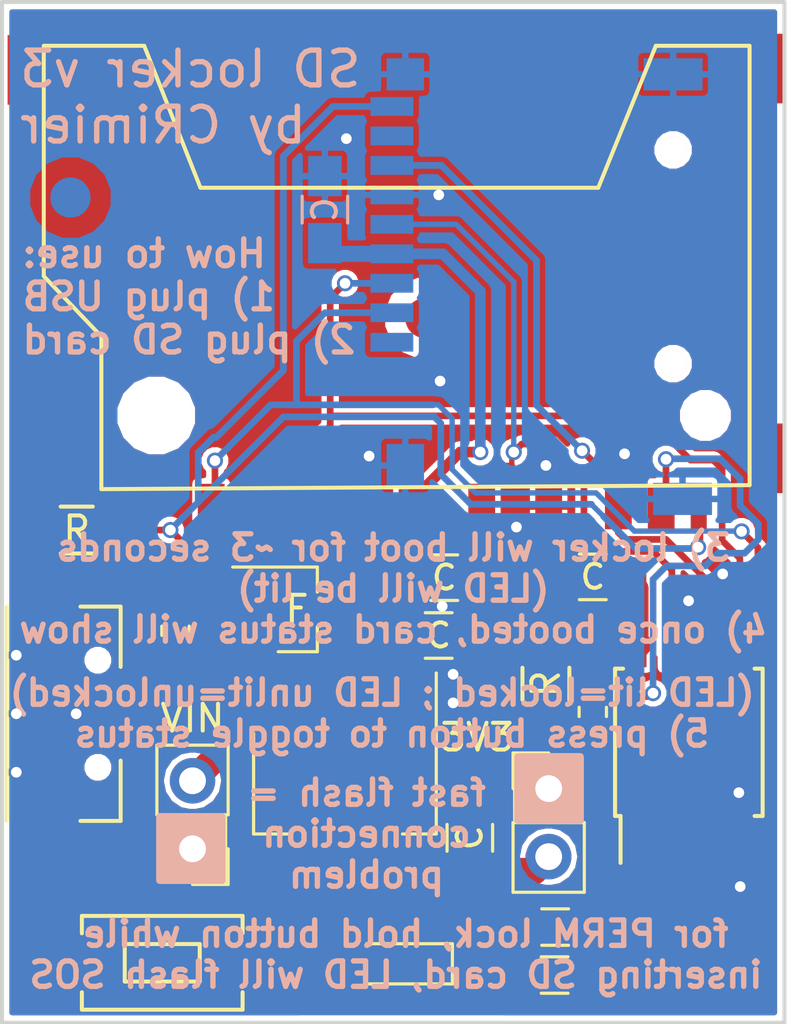
<source format=kicad_pcb>
(kicad_pcb (version 20171130) (host pcbnew 5.0.2-bee76a0~70~ubuntu18.04.1)

  (general
    (thickness 1.6)
    (drawings 11)
    (tracks 221)
    (zones 0)
    (modules 23)
    (nets 18)
  )

  (page A4)
  (layers
    (0 F.Cu signal)
    (31 B.Cu signal)
    (32 B.Adhes user)
    (33 F.Adhes user)
    (34 B.Paste user)
    (35 F.Paste user)
    (36 B.SilkS user)
    (37 F.SilkS user)
    (38 B.Mask user)
    (39 F.Mask user)
    (40 Dwgs.User user)
    (41 Cmts.User user)
    (42 Eco1.User user)
    (43 Eco2.User user)
    (44 Edge.Cuts user)
    (45 Margin user)
    (46 B.CrtYd user)
    (47 F.CrtYd user)
    (48 B.Fab user hide)
    (49 F.Fab user hide)
  )

  (setup
    (last_trace_width 0.2)
    (user_trace_width 0.2)
    (user_trace_width 0.4)
    (user_trace_width 0.6)
    (user_trace_width 0.8)
    (user_trace_width 1)
    (trace_clearance 0.2)
    (zone_clearance 0.508)
    (zone_45_only no)
    (trace_min 0.2)
    (segment_width 0.2)
    (edge_width 0.15)
    (via_size 0.6)
    (via_drill 0.4)
    (via_min_size 0.4)
    (via_min_drill 0.3)
    (uvia_size 0.3)
    (uvia_drill 0.1)
    (uvias_allowed no)
    (uvia_min_size 0.2)
    (uvia_min_drill 0.1)
    (pcb_text_width 0.3)
    (pcb_text_size 1.5 1.5)
    (mod_edge_width 0.15)
    (mod_text_size 1 1)
    (mod_text_width 0.15)
    (pad_size 1 1.7)
    (pad_drill 0)
    (pad_to_mask_clearance 0.2)
    (solder_mask_min_width 0.25)
    (aux_axis_origin 160.655 76.2)
    (visible_elements 7FFFFF7F)
    (pcbplotparams
      (layerselection 0x010f0_ffffffff)
      (usegerberextensions true)
      (usegerberattributes false)
      (usegerberadvancedattributes false)
      (creategerberjobfile false)
      (excludeedgelayer true)
      (linewidth 0.100000)
      (plotframeref false)
      (viasonmask false)
      (mode 1)
      (useauxorigin true)
      (hpglpennumber 1)
      (hpglpenspeed 20)
      (hpglpendiameter 15.000000)
      (psnegative false)
      (psa4output false)
      (plotreference false)
      (plotvalue false)
      (plotinvisibletext false)
      (padsonsilk false)
      (subtractmaskfromsilk true)
      (outputformat 1)
      (mirror false)
      (drillshape 0)
      (scaleselection 1)
      (outputdirectory "gerbers/"))
  )

  (net 0 "")
  (net 1 +5V)
  (net 2 GND)
  (net 3 +3V3)
  (net 4 "Net-(D1-Pad1)")
  (net 5 VBUS)
  (net 6 CS)
  (net 7 MOSI)
  (net 8 SCK)
  (net 9 MISO)
  (net 10 CD)
  (net 11 "Net-(R2-Pad1)")
  (net 12 LEDSW)
  (net 13 "Net-(J1-Pad1)")
  (net 14 "Net-(J5-Pad8)")
  (net 15 "Net-(J5-Pad1)")
  (net 16 "Net-(J4-Pad8)")
  (net 17 RST)

  (net_class Default "This is the default net class."
    (clearance 0.2)
    (trace_width 0.25)
    (via_dia 0.6)
    (via_drill 0.4)
    (uvia_dia 0.3)
    (uvia_drill 0.1)
    (add_net +3V3)
    (add_net +5V)
    (add_net CD)
    (add_net CS)
    (add_net GND)
    (add_net LEDSW)
    (add_net MISO)
    (add_net MOSI)
    (add_net "Net-(D1-Pad1)")
    (add_net "Net-(J1-Pad1)")
    (add_net "Net-(J4-Pad8)")
    (add_net "Net-(J5-Pad1)")
    (add_net "Net-(J5-Pad8)")
    (add_net "Net-(R2-Pad1)")
    (add_net RST)
    (add_net SCK)
    (add_net VBUS)
  )

  (module Resistor_SMD:R_0603_1608Metric_Pad1.05x0.95mm_HandSolder (layer F.Cu) (tedit 5E1E805C) (tstamp 5E2C87B8)
    (at 153.5 102.7 270)
    (descr "Resistor SMD 0603 (1608 Metric), square (rectangular) end terminal, IPC_7351 nominal with elongated pad for handsoldering. (Body size source: http://www.tortai-tech.com/upload/download/2011102023233369053.pdf), generated with kicad-footprint-generator")
    (tags "resistor handsolder")
    (path /5E1E87AC)
    (attr smd)
    (fp_text reference R6 (at 0 -1.43 270) (layer F.SilkS) hide
      (effects (font (size 1 1) (thickness 0.15)))
    )
    (fp_text value 0 (at 0 1.43 270) (layer F.Fab)
      (effects (font (size 1 1) (thickness 0.15)))
    )
    (fp_text user %R (at 0 0 270) (layer F.Fab)
      (effects (font (size 0.4 0.4) (thickness 0.06)))
    )
    (fp_line (start 1.65 0.73) (end -1.65 0.73) (layer F.CrtYd) (width 0.05))
    (fp_line (start 1.65 -0.73) (end 1.65 0.73) (layer F.CrtYd) (width 0.05))
    (fp_line (start -1.65 -0.73) (end 1.65 -0.73) (layer F.CrtYd) (width 0.05))
    (fp_line (start -1.65 0.73) (end -1.65 -0.73) (layer F.CrtYd) (width 0.05))
    (fp_line (start -0.171267 0.51) (end 0.171267 0.51) (layer F.SilkS) (width 0.12))
    (fp_line (start -0.171267 -0.51) (end 0.171267 -0.51) (layer F.SilkS) (width 0.12))
    (fp_line (start 0.8 0.4) (end -0.8 0.4) (layer F.Fab) (width 0.1))
    (fp_line (start 0.8 -0.4) (end 0.8 0.4) (layer F.Fab) (width 0.1))
    (fp_line (start -0.8 -0.4) (end 0.8 -0.4) (layer F.Fab) (width 0.1))
    (fp_line (start -0.8 0.4) (end -0.8 -0.4) (layer F.Fab) (width 0.1))
    (pad 2 smd roundrect (at 0.875 0 270) (size 1.05 0.95) (layers F.Cu F.Paste F.Mask) (roundrect_rratio 0.25)
      (net 17 RST))
    (pad 1 smd roundrect (at -0.875 0 270) (size 1.05 0.95) (layers F.Cu F.Paste F.Mask) (roundrect_rratio 0.25)
      (net 16 "Net-(J4-Pad8)"))
    (model ${KISYS3DMOD}/Resistor_SMD.3dshapes/R_0603_1608Metric.wrl
      (at (xyz 0 0 0))
      (scale (xyz 1 1 1))
      (rotate (xyz 0 0 0))
    )
  )

  (module Resistor_SMD:R_0603_1608Metric_Pad1.05x0.95mm_HandSolder (layer F.Cu) (tedit 5E1E81D3) (tstamp 5E2C86A7)
    (at 137.922 99.6696 270)
    (descr "Resistor SMD 0603 (1608 Metric), square (rectangular) end terminal, IPC_7351 nominal with elongated pad for handsoldering. (Body size source: http://www.tortai-tech.com/upload/download/2011102023233369053.pdf), generated with kicad-footprint-generator")
    (tags "resistor handsolder")
    (path /5DBE97F2)
    (attr smd)
    (fp_text reference R5 (at 0 -1.43 270) (layer F.SilkS) hide
      (effects (font (size 1 1) (thickness 0.15)))
    )
    (fp_text value 0 (at 0 1.43 270) (layer F.Fab)
      (effects (font (size 1 1) (thickness 0.15)))
    )
    (fp_line (start -0.8 0.4) (end -0.8 -0.4) (layer F.Fab) (width 0.1))
    (fp_line (start -0.8 -0.4) (end 0.8 -0.4) (layer F.Fab) (width 0.1))
    (fp_line (start 0.8 -0.4) (end 0.8 0.4) (layer F.Fab) (width 0.1))
    (fp_line (start 0.8 0.4) (end -0.8 0.4) (layer F.Fab) (width 0.1))
    (fp_line (start -0.171267 -0.51) (end 0.171267 -0.51) (layer F.SilkS) (width 0.12))
    (fp_line (start -0.171267 0.51) (end 0.171267 0.51) (layer F.SilkS) (width 0.12))
    (fp_line (start -1.65 0.73) (end -1.65 -0.73) (layer F.CrtYd) (width 0.05))
    (fp_line (start -1.65 -0.73) (end 1.65 -0.73) (layer F.CrtYd) (width 0.05))
    (fp_line (start 1.65 -0.73) (end 1.65 0.73) (layer F.CrtYd) (width 0.05))
    (fp_line (start 1.65 0.73) (end -1.65 0.73) (layer F.CrtYd) (width 0.05))
    (fp_text user %R (at 0 0 270) (layer F.Fab)
      (effects (font (size 0.4 0.4) (thickness 0.06)))
    )
    (pad 1 smd roundrect (at -0.875 0 270) (size 1.05 0.95) (layers F.Cu F.Paste F.Mask) (roundrect_rratio 0.25)
      (net 5 VBUS))
    (pad 2 smd roundrect (at 0.875 0 270) (size 1.05 0.95) (layers F.Cu F.Paste F.Mask) (roundrect_rratio 0.25)
      (net 13 "Net-(J1-Pad1)"))
    (model ${KISYS3DMOD}/Resistor_SMD.3dshapes/R_0603_1608Metric.wrl
      (at (xyz 0 0 0))
      (scale (xyz 1 1 1))
      (rotate (xyz 0 0 0))
    )
  )

  (module Fiducial:Fiducial_1.5mm_Mask3mm (layer B.Cu) (tedit 5C18CB26) (tstamp 5DD455C4)
    (at 134 83.5)
    (descr "Circular Fiducial, 1.5mm bare copper, 3mm soldermask opening")
    (tags fiducial)
    (path /5DD45667)
    (attr smd)
    (fp_text reference FID2 (at 0 2.4765) (layer B.SilkS) hide
      (effects (font (size 1 1) (thickness 0.15)) (justify mirror))
    )
    (fp_text value Fiducial (at 0 -2.6035) (layer B.Fab)
      (effects (font (size 1 1) (thickness 0.15)) (justify mirror))
    )
    (fp_circle (center 0 0) (end 1.75 0) (layer B.CrtYd) (width 0.05))
    (fp_text user %R (at 0 0) (layer B.Fab)
      (effects (font (size 0.4 0.4) (thickness 0.06)) (justify mirror))
    )
    (fp_circle (center 0 0) (end 1.5 0) (layer B.Fab) (width 0.1))
    (pad "" smd circle (at 0 0) (size 1.5 1.5) (layers B.Cu B.Mask)
      (solder_mask_margin 0.75) (clearance 0.75))
  )

  (module sd_locker:microSD-Receptacle-SelfEject (layer B.Cu) (tedit 5DCD514D) (tstamp 5DCDA71F)
    (at 146 86.65 270)
    (descr TFP09-2-12B)
    (tags "SD TF TransFlash Card")
    (path /5DCD5886)
    (fp_text reference J5 (at 0.05 5 270) (layer B.SilkS) hide
      (effects (font (size 1 1) (thickness 0.15)) (justify mirror))
    )
    (fp_text value Micro_SD_Card_Det (at 0.05 -17.5 270) (layer B.Fab)
      (effects (font (size 1 1) (thickness 0.15)) (justify mirror))
    )
    (fp_line (start 7.35 -14.5) (end 7.35 0) (layer Cmts.User) (width 0.05))
    (fp_line (start -7.35 -14.5) (end 7.35 -14.5) (layer Cmts.User) (width 0.05))
    (fp_line (start -7.35 0) (end -7.35 -14.5) (layer Cmts.User) (width 0.05))
    (fp_line (start 7.35 0) (end -7.35 0) (layer Cmts.User) (width 0.05))
    (fp_line (start -8.85 -15) (end 9.2 -15) (layer B.CrtYd) (width 0.05))
    (fp_line (start -8.85 1.3) (end -8.85 -15) (layer B.CrtYd) (width 0.05))
    (fp_line (start 9.2 1.3) (end -8.85 1.3) (layer B.CrtYd) (width 0.05))
    (fp_line (start 9.2 -15) (end 9.2 1.3) (layer B.CrtYd) (width 0.05))
    (pad "" np_thru_hole circle (at -4.93 -10.5 90) (size 1 1) (drill 1) (layers *.Cu *.Mask B.SilkS))
    (pad "" np_thru_hole circle (at 3.05 -10.5 90) (size 1 1) (drill 1) (layers *.Cu *.Mask B.SilkS))
    (pad 11 smd rect (at 8.1 -10.85 90) (size 1.2 2.2) (layers B.Cu B.Paste B.Mask)
      (net 2 GND))
    (pad 11 smd rect (at 6.85 -0.5 90) (size 1.6 1.4) (layers B.Cu B.Paste B.Mask)
      (net 2 GND))
    (pad 11 smd rect (at -7.75 -0.5 90) (size 1.2 1.4) (layers B.Cu B.Paste B.Mask)
      (net 2 GND))
    (pad 10 smd rect (at -6.55 0 90) (size 0.7 1.6) (layers B.Cu B.Paste B.Mask)
      (net 10 CD))
    (pad 8 smd rect (at -5.45 0 90) (size 0.7 1.6) (layers B.Cu B.Paste B.Mask)
      (net 14 "Net-(J5-Pad8)"))
    (pad 7 smd rect (at -4.35 0 90) (size 0.7 1.6) (layers B.Cu B.Paste B.Mask)
      (net 9 MISO))
    (pad 6 smd rect (at -3.25 0 90) (size 0.7 1.6) (layers B.Cu B.Paste B.Mask)
      (net 2 GND))
    (pad 5 smd rect (at -2.15 0 90) (size 0.7 1.6) (layers B.Cu B.Paste B.Mask)
      (net 8 SCK))
    (pad 4 smd rect (at -1.05 0 90) (size 0.7 1.6) (layers B.Cu B.Paste B.Mask)
      (net 3 +3V3))
    (pad 3 smd rect (at 0.05 0 90) (size 0.7 1.6) (layers B.Cu B.Paste B.Mask)
      (net 7 MOSI))
    (pad 2 smd rect (at 1.15 0 90) (size 0.7 1.6) (layers B.Cu B.Paste B.Mask)
      (net 6 CS))
    (pad 1 smd rect (at 2.25 0 90) (size 0.7 1.6) (layers B.Cu B.Paste B.Mask)
      (net 15 "Net-(J5-Pad1)"))
    (pad 11 smd rect (at -7.75 -10.5 90) (size 1.2 2.2) (layers B.Cu B.Paste B.Mask)
      (net 2 GND))
  )

  (module sd_locker:C_0805_100nF_HandSoldering (layer B.Cu) (tedit 5AAAF83D) (tstamp 5DCDB03D)
    (at 143.5 83.95 90)
    (descr "Capacitor SMD 0805, hand soldering")
    (tags "capacitor 0805")
    (path /5DCF1768)
    (attr smd)
    (fp_text reference C5 (at 0 1.75 270) (layer B.SilkS) hide
      (effects (font (size 1 1) (thickness 0.15)) (justify mirror))
    )
    (fp_text value 100nF (at 0 -1.75 270) (layer B.Fab)
      (effects (font (size 1 1) (thickness 0.15)) (justify mirror))
    )
    (fp_line (start 2.25 -0.87) (end -2.25 -0.87) (layer B.CrtYd) (width 0.05))
    (fp_line (start 2.25 -0.87) (end 2.25 0.88) (layer B.CrtYd) (width 0.05))
    (fp_line (start -2.25 0.88) (end -2.25 -0.87) (layer B.CrtYd) (width 0.05))
    (fp_line (start -2.25 0.88) (end 2.25 0.88) (layer B.CrtYd) (width 0.05))
    (fp_line (start -0.5 -0.85) (end 0.5 -0.85) (layer B.SilkS) (width 0.12))
    (fp_line (start 0.5 0.85) (end -0.5 0.85) (layer B.SilkS) (width 0.12))
    (fp_line (start -1 0.62) (end 1 0.62) (layer B.Fab) (width 0.1))
    (fp_line (start 1 0.62) (end 1 -0.62) (layer B.Fab) (width 0.1))
    (fp_line (start 1 -0.62) (end -1 -0.62) (layer B.Fab) (width 0.1))
    (fp_line (start -1 -0.62) (end -1 0.62) (layer B.Fab) (width 0.1))
    (fp_text user %R (at 0 1.75 270) (layer B.Fab)
      (effects (font (size 1 1) (thickness 0.15)) (justify mirror))
    )
    (fp_text user C (at 0 0 270) (layer B.SilkS)
      (effects (font (size 0.9 0.9) (thickness 0.15)) (justify mirror))
    )
    (pad 2 smd rect (at 1.25 0 90) (size 1.5 1.25) (layers B.Cu B.Paste B.Mask)
      (net 2 GND))
    (pad 1 smd rect (at -1.25 0 90) (size 1.5 1.25) (layers B.Cu B.Paste B.Mask)
      (net 3 +3V3))
    (model Capacitors_SMD.3dshapes/C_0805.wrl
      (at (xyz 0 0 0))
      (scale (xyz 1 1 1))
      (rotate (xyz 0 0 0))
    )
  )

  (module Fiducial:Fiducial_1.5mm_Mask3mm (layer F.Cu) (tedit 5C18CB26) (tstamp 5DCCFF99)
    (at 147.25 88)
    (descr "Circular Fiducial, 1.5mm bare copper, 3mm soldermask opening")
    (tags fiducial)
    (path /5DCCB5E6)
    (attr smd)
    (fp_text reference FID1 (at 0 -2.4765) (layer F.SilkS) hide
      (effects (font (size 1 1) (thickness 0.15)))
    )
    (fp_text value Fiducial (at 0 2.6035) (layer F.Fab)
      (effects (font (size 1 1) (thickness 0.15)))
    )
    (fp_circle (center 0 0) (end 1.75 0) (layer F.CrtYd) (width 0.05))
    (fp_text user %R (at 0 0) (layer F.Fab)
      (effects (font (size 0.4 0.4) (thickness 0.06)))
    )
    (fp_circle (center 0 0) (end 1.5 0) (layer F.Fab) (width 0.1))
    (pad "" smd circle (at 0 0) (size 1.5 1.5) (layers F.Cu F.Mask)
      (solder_mask_margin 0.75) (clearance 0.75))
  )

  (module sd_locker:SD_Slot (layer F.Cu) (tedit 5DCC7725) (tstamp 5BCD17E9)
    (at 146.2039 89.6341)
    (path /5BA881DD)
    (zone_connect 2)
    (fp_text reference J4 (at 0.85 0.5) (layer F.SilkS) hide
      (effects (font (size 1 1) (thickness 0.15)))
    )
    (fp_text value SD_Card (at 0.85 -0.5) (layer F.Fab)
      (effects (font (size 1 1) (thickness 0.15)))
    )
    (fp_line (start 13.15 -11.8) (end 9.65 -11.8) (layer F.SilkS) (width 0.15))
    (fp_line (start 9.65 -11.8) (end 7.5 -6.5) (layer F.SilkS) (width 0.15))
    (fp_line (start 7.5 -6.5) (end -7.35 -6.5) (layer F.SilkS) (width 0.15))
    (fp_line (start -7.35 -6.5) (end -9.45 -11.8) (layer F.SilkS) (width 0.15))
    (fp_line (start -9.45 -11.8) (end -13.2 -11.8) (layer F.SilkS) (width 0.15))
    (fp_line (start -13.2 -11.8) (end -13.2 -3.2) (layer F.SilkS) (width 0.15))
    (fp_line (start -13.2 -3.2) (end -11.05 -0.95) (layer F.SilkS) (width 0.15))
    (fp_line (start -11.05 -0.95) (end -11.05 4.75) (layer F.SilkS) (width 0.15))
    (fp_line (start -11.05 4.75) (end 13.15 4.6) (layer F.SilkS) (width 0.15))
    (fp_line (start 13.15 4.6) (end 13.15 -11.75) (layer F.SilkS) (width 0.15))
    (pad "" np_thru_hole circle (at -9 2) (size 2.5 2.5) (drill 2.5) (layers *.Cu *.Mask)
      (zone_connect 2))
    (pad "" np_thru_hole circle (at 11.5 2) (size 1.5 1.5) (drill 1.5) (layers *.Cu *.Mask)
      (zone_connect 2))
    (pad 10 smd rect (at 11.25 5.4 180) (size 0.6 1.7) (layers F.Cu F.Paste F.Mask)
      (net 10 CD) (zone_connect 2))
    (pad 8 smd rect (at 9.85 5.4 180) (size 1 1.7) (layers F.Cu F.Paste F.Mask)
      (net 16 "Net-(J4-Pad8)") (zone_connect 2))
    (pad 7 smd rect (at 8.25 5.4 180) (size 1 1.7) (layers F.Cu F.Paste F.Mask)
      (net 9 MISO) (zone_connect 2))
    (pad 6 smd rect (at 5.65 5.4 180) (size 1 1.7) (layers F.Cu F.Paste F.Mask)
      (net 2 GND) (zone_connect 1))
    (pad 5 smd rect (at 3.15 5.4 180) (size 1 1.7) (layers F.Cu F.Paste F.Mask)
      (net 8 SCK) (zone_connect 2))
    (pad 4 smd rect (at 0.55 5.4 180) (size 1 1.7) (layers F.Cu F.Paste F.Mask)
      (net 3 +3V3) (zone_connect 2))
    (pad 3 smd rect (at -1.95 5.4 180) (size 1 1.7) (layers F.Cu F.Paste F.Mask)
      (net 2 GND) (zone_connect 1))
    (pad 2 smd rect (at -4.45 5.4 180) (size 1 1.7) (layers F.Cu F.Paste F.Mask)
      (net 7 MOSI) (zone_connect 2))
    (pad 1 smd rect (at -6.95 5.4 180) (size 1 1.7) (layers F.Cu F.Paste F.Mask)
      (net 6 CS) (zone_connect 2))
    (pad 12 smd rect (at 13.65 3.6 180) (size 1.6 2.6) (layers F.Cu F.Paste F.Mask)
      (net 2 GND) (zone_connect 2))
    (pad 13 smd rect (at 13.6 -10.95 180) (size 1.6 2.6) (layers F.Cu F.Paste F.Mask)
      (net 2 GND) (zone_connect 2))
    (pad 13 smd rect (at -13.75 -10.9 180) (size 1.6 2.6) (layers F.Cu F.Paste F.Mask)
      (net 2 GND) (zone_connect 2))
    (pad 12 smd rect (at -11.75 3.55 180) (size 1.3 2.4) (layers F.Cu F.Paste F.Mask)
      (net 2 GND) (zone_connect 2))
    (model ${KIPRJMOD}/sd_slot.STEP
      (offset (xyz -30 16.5 -1.5))
      (scale (xyz 1 1.0001 1))
      (rotate (xyz -90 0 90))
    )
  )

  (module sd_locker:MICROUSB_SIMPLE (layer F.Cu) (tedit 5DC28831) (tstamp 5BCD17CD)
    (at 135.6233 102.7684 90)
    (path /5BA8841C)
    (zone_connect 2)
    (fp_text reference J1 (at -2.75 2 90) (layer F.SilkS) hide
      (effects (font (size 1 1) (thickness 0.15)))
    )
    (fp_text value USB_OTG (at -0.75 -5 90) (layer F.Fab)
      (effects (font (size 1 1) (thickness 0.15)))
    )
    (fp_line (start -4 -4) (end 4 -4) (layer F.SilkS) (width 0.15))
    (fp_line (start 4 0.25) (end 4 -1.25) (layer F.SilkS) (width 0.15))
    (fp_line (start 1.75 0.25) (end 4 0.25) (layer F.SilkS) (width 0.15))
    (fp_line (start -4 -1.25) (end -4 0.25) (layer F.SilkS) (width 0.15))
    (fp_line (start -1.75 0.25) (end -4 0.25) (layer F.SilkS) (width 0.15))
    (pad 1 smd rect (at 1.25 0.25 90) (size 0.4 2) (layers F.Cu F.Paste F.Mask)
      (net 13 "Net-(J1-Pad1)") (zone_connect 2))
    (pad 5 smd rect (at -1.25 0.25 90) (size 0.4 2) (layers F.Cu F.Paste F.Mask)
      (net 2 GND) (zone_connect 2))
    (pad 6 smd rect (at -1.1 -2.5 90) (size 1.8 1.8) (layers F.Cu F.Paste F.Mask)
      (net 2 GND) (zone_connect 2))
    (pad 6 smd rect (at 1.1 -2.5 90) (size 1.8 1.8) (layers F.Cu F.Paste F.Mask)
      (net 2 GND) (zone_connect 2))
    (pad 6 smd rect (at 3.8 -2.6 90) (size 2.7 2) (layers F.Cu F.Paste F.Mask)
      (net 2 GND) (zone_connect 2))
    (pad 6 smd rect (at -3.8 -2.6 90) (size 2.7 2) (layers F.Cu F.Paste F.Mask)
      (net 2 GND) (zone_connect 2))
    (pad "" np_thru_hole circle (at 2 -0.6 90) (size 0.6 0.6) (drill 0.6) (layers *.Cu *.Mask)
      (zone_connect 2))
    (pad "" np_thru_hole circle (at -2 -0.6 90) (size 0.6 0.6) (drill 0.6) (layers *.Cu *.Mask)
      (zone_connect 2))
    (pad 6 smd rect (at 3.9 0 90) (size 1.8 1.8) (layers F.Cu F.Paste F.Mask)
      (net 2 GND) (zone_connect 2))
    (pad 6 smd rect (at -4.1 0 90) (size 1.8 1.8) (layers F.Cu F.Paste F.Mask)
      (net 2 GND) (zone_connect 2))
    (model ${KISYS3DMOD}/Connector_USB.3dshapes/USB_Micro-B_Molex_47346-0001.step
      (offset (xyz 0 1.5 0))
      (scale (xyz 1 1 1))
      (rotate (xyz 0 0 180))
    )
  )

  (module sd_locker:C_0805_100nF_HandSoldering (layer F.Cu) (tedit 5BCD17F1) (tstamp 5BCD17AC)
    (at 147.7464 99.8474)
    (descr "Capacitor SMD 0805, hand soldering")
    (tags "capacitor 0805")
    (path /5BA888F0)
    (attr smd)
    (fp_text reference C1 (at 0 -1.75) (layer F.SilkS) hide
      (effects (font (size 1 1) (thickness 0.15)))
    )
    (fp_text value 100nF (at 0 1.75) (layer F.Fab)
      (effects (font (size 1 1) (thickness 0.15)))
    )
    (fp_text user C (at 0 0) (layer F.SilkS)
      (effects (font (size 0.9 0.9) (thickness 0.15)))
    )
    (fp_text user %R (at 0 -1.75) (layer F.Fab) hide
      (effects (font (size 1 1) (thickness 0.15)))
    )
    (fp_line (start -1 0.62) (end -1 -0.62) (layer F.Fab) (width 0.1))
    (fp_line (start 1 0.62) (end -1 0.62) (layer F.Fab) (width 0.1))
    (fp_line (start 1 -0.62) (end 1 0.62) (layer F.Fab) (width 0.1))
    (fp_line (start -1 -0.62) (end 1 -0.62) (layer F.Fab) (width 0.1))
    (fp_line (start 0.5 -0.85) (end -0.5 -0.85) (layer F.SilkS) (width 0.12))
    (fp_line (start -0.5 0.85) (end 0.5 0.85) (layer F.SilkS) (width 0.12))
    (fp_line (start -2.25 -0.88) (end 2.25 -0.88) (layer F.CrtYd) (width 0.05))
    (fp_line (start -2.25 -0.88) (end -2.25 0.87) (layer F.CrtYd) (width 0.05))
    (fp_line (start 2.25 0.87) (end 2.25 -0.88) (layer F.CrtYd) (width 0.05))
    (fp_line (start 2.25 0.87) (end -2.25 0.87) (layer F.CrtYd) (width 0.05))
    (pad 1 smd rect (at -1.25 0) (size 1.5 1.25) (layers F.Cu F.Paste F.Mask)
      (net 1 +5V))
    (pad 2 smd rect (at 1.25 0) (size 1.5 1.25) (layers F.Cu F.Paste F.Mask)
      (net 2 GND))
    (model ${KISYS3DMOD}/Capacitor_SMD.3dshapes/C_0805_2012Metric.step
      (at (xyz 0 0 0))
      (scale (xyz 1 1 1))
      (rotate (xyz 0 0 0))
    )
  )

  (module sd_locker:C_0805_100nF_HandSoldering (layer F.Cu) (tedit 5BCD17F3) (tstamp 5BCD17B2)
    (at 153.5 97.66 180)
    (descr "Capacitor SMD 0805, hand soldering")
    (tags "capacitor 0805")
    (path /5BA88833)
    (attr smd)
    (fp_text reference C2 (at 0 -1.75 180) (layer F.SilkS) hide
      (effects (font (size 1 1) (thickness 0.15)))
    )
    (fp_text value 100nF (at 0 1.75 180) (layer F.Fab)
      (effects (font (size 1 1) (thickness 0.15)))
    )
    (fp_text user C (at 0 0 180) (layer F.SilkS)
      (effects (font (size 0.9 0.9) (thickness 0.15)))
    )
    (fp_text user %R (at 0 -1.75 180) (layer F.Fab) hide
      (effects (font (size 1 1) (thickness 0.15)))
    )
    (fp_line (start -1 0.62) (end -1 -0.62) (layer F.Fab) (width 0.1))
    (fp_line (start 1 0.62) (end -1 0.62) (layer F.Fab) (width 0.1))
    (fp_line (start 1 -0.62) (end 1 0.62) (layer F.Fab) (width 0.1))
    (fp_line (start -1 -0.62) (end 1 -0.62) (layer F.Fab) (width 0.1))
    (fp_line (start 0.5 -0.85) (end -0.5 -0.85) (layer F.SilkS) (width 0.12))
    (fp_line (start -0.5 0.85) (end 0.5 0.85) (layer F.SilkS) (width 0.12))
    (fp_line (start -2.25 -0.88) (end 2.25 -0.88) (layer F.CrtYd) (width 0.05))
    (fp_line (start -2.25 -0.88) (end -2.25 0.87) (layer F.CrtYd) (width 0.05))
    (fp_line (start 2.25 0.87) (end 2.25 -0.88) (layer F.CrtYd) (width 0.05))
    (fp_line (start 2.25 0.87) (end -2.25 0.87) (layer F.CrtYd) (width 0.05))
    (pad 1 smd rect (at -1.25 0 180) (size 1.5 1.25) (layers F.Cu F.Paste F.Mask)
      (net 3 +3V3))
    (pad 2 smd rect (at 1.25 0 180) (size 1.5 1.25) (layers F.Cu F.Paste F.Mask)
      (net 2 GND))
    (model ${KISYS3DMOD}/Capacitor_SMD.3dshapes/C_0805_2012Metric.step
      (at (xyz 0 0 0))
      (scale (xyz 1 1 1))
      (rotate (xyz 0 0 0))
    )
  )

  (module sd_locker:C_0805_100nF_HandSoldering (layer F.Cu) (tedit 5BCD17F9) (tstamp 5BCD17B8)
    (at 148.91 107.4 90)
    (descr "Capacitor SMD 0805, hand soldering")
    (tags "capacitor 0805")
    (path /5BA885F6)
    (attr smd)
    (fp_text reference C3 (at 0 -1.75 90) (layer F.SilkS) hide
      (effects (font (size 1 1) (thickness 0.15)))
    )
    (fp_text value 100nF (at 0 1.75 90) (layer F.Fab)
      (effects (font (size 1 1) (thickness 0.15)))
    )
    (fp_text user C (at 0 0 90) (layer F.SilkS)
      (effects (font (size 0.9 0.9) (thickness 0.15)))
    )
    (fp_text user %R (at 0 -1.75 90) (layer F.Fab)
      (effects (font (size 1 1) (thickness 0.15)))
    )
    (fp_line (start -1 0.62) (end -1 -0.62) (layer F.Fab) (width 0.1))
    (fp_line (start 1 0.62) (end -1 0.62) (layer F.Fab) (width 0.1))
    (fp_line (start 1 -0.62) (end 1 0.62) (layer F.Fab) (width 0.1))
    (fp_line (start -1 -0.62) (end 1 -0.62) (layer F.Fab) (width 0.1))
    (fp_line (start 0.5 -0.85) (end -0.5 -0.85) (layer F.SilkS) (width 0.12))
    (fp_line (start -0.5 0.85) (end 0.5 0.85) (layer F.SilkS) (width 0.12))
    (fp_line (start -2.25 -0.88) (end 2.25 -0.88) (layer F.CrtYd) (width 0.05))
    (fp_line (start -2.25 -0.88) (end -2.25 0.87) (layer F.CrtYd) (width 0.05))
    (fp_line (start 2.25 0.87) (end 2.25 -0.88) (layer F.CrtYd) (width 0.05))
    (fp_line (start 2.25 0.87) (end -2.25 0.87) (layer F.CrtYd) (width 0.05))
    (pad 1 smd rect (at -1.25 0 90) (size 1.5 1.25) (layers F.Cu F.Paste F.Mask)
      (net 3 +3V3))
    (pad 2 smd rect (at 1.25 0 90) (size 1.5 1.25) (layers F.Cu F.Paste F.Mask)
      (net 2 GND))
    (model ${KISYS3DMOD}/Capacitor_SMD.3dshapes/C_0805_2012Metric.step
      (at (xyz 0 0 0))
      (scale (xyz 1 1 1))
      (rotate (xyz 0 0 0))
    )
  )

  (module LEDs:LED_0805_HandSoldering (layer F.Cu) (tedit 5BCD17FC) (tstamp 5BCD17BE)
    (at 146.0589 112.1029 180)
    (descr "Resistor SMD 0805, hand soldering")
    (tags "resistor 0805")
    (path /5BA87FE0)
    (attr smd)
    (fp_text reference D1 (at 0 -1.7 180) (layer F.SilkS) hide
      (effects (font (size 1 1) (thickness 0.15)))
    )
    (fp_text value LED (at 0 1.75 180) (layer F.Fab)
      (effects (font (size 1 1) (thickness 0.15)))
    )
    (fp_line (start -0.4 -0.4) (end -0.4 0.4) (layer F.Fab) (width 0.1))
    (fp_line (start -0.4 0) (end 0.2 -0.4) (layer F.Fab) (width 0.1))
    (fp_line (start 0.2 0.4) (end -0.4 0) (layer F.Fab) (width 0.1))
    (fp_line (start 0.2 -0.4) (end 0.2 0.4) (layer F.Fab) (width 0.1))
    (fp_line (start -1 0.62) (end -1 -0.62) (layer F.Fab) (width 0.1))
    (fp_line (start 1 0.62) (end -1 0.62) (layer F.Fab) (width 0.1))
    (fp_line (start 1 -0.62) (end 1 0.62) (layer F.Fab) (width 0.1))
    (fp_line (start -1 -0.62) (end 1 -0.62) (layer F.Fab) (width 0.1))
    (fp_line (start 1 0.75) (end -2.2 0.75) (layer F.SilkS) (width 0.12))
    (fp_line (start -2.2 -0.75) (end 1 -0.75) (layer F.SilkS) (width 0.12))
    (fp_line (start -2.35 -0.9) (end 2.35 -0.9) (layer F.CrtYd) (width 0.05))
    (fp_line (start -2.35 -0.9) (end -2.35 0.9) (layer F.CrtYd) (width 0.05))
    (fp_line (start 2.35 0.9) (end 2.35 -0.9) (layer F.CrtYd) (width 0.05))
    (fp_line (start 2.35 0.9) (end -2.35 0.9) (layer F.CrtYd) (width 0.05))
    (fp_line (start -2.2 -0.75) (end -2.2 0.75) (layer F.SilkS) (width 0.12))
    (pad 1 smd rect (at -1.35 0 180) (size 1.5 1.3) (layers F.Cu F.Paste F.Mask)
      (net 4 "Net-(D1-Pad1)"))
    (pad 2 smd rect (at 1.35 0 180) (size 1.5 1.3) (layers F.Cu F.Paste F.Mask)
      (net 3 +3V3))
    (model ${KISYS3DMOD}/LED_SMD.3dshapes/LED_0805_2012Metric_Castellated.step
      (at (xyz 0 0 0))
      (scale (xyz 1 1 1))
      (rotate (xyz 0 0 0))
    )
  )

  (module Pin_Headers:Pin_Header_Straight_1x02_Pitch2.54mm (layer F.Cu) (tedit 5BCD17DB) (tstamp 5BCD17D3)
    (at 151.8539 105.5624)
    (descr "Through hole straight pin header, 1x02, 2.54mm pitch, single row")
    (tags "Through hole pin header THT 1x02 2.54mm single row")
    (path /5BCD1E4F)
    (fp_text reference J2 (at 0 -2.33) (layer F.SilkS) hide
      (effects (font (size 1 1) (thickness 0.15)))
    )
    (fp_text value 3V3 (at -2.6539 -1.9124 180) (layer F.SilkS)
      (effects (font (size 1 1) (thickness 0.15)))
    )
    (fp_line (start -0.635 -1.27) (end 1.27 -1.27) (layer F.Fab) (width 0.1))
    (fp_line (start 1.27 -1.27) (end 1.27 3.81) (layer F.Fab) (width 0.1))
    (fp_line (start 1.27 3.81) (end -1.27 3.81) (layer F.Fab) (width 0.1))
    (fp_line (start -1.27 3.81) (end -1.27 -0.635) (layer F.Fab) (width 0.1))
    (fp_line (start -1.27 -0.635) (end -0.635 -1.27) (layer F.Fab) (width 0.1))
    (fp_line (start -1.33 3.87) (end 1.33 3.87) (layer F.SilkS) (width 0.12))
    (fp_line (start -1.33 1.27) (end -1.33 3.87) (layer F.SilkS) (width 0.12))
    (fp_line (start 1.33 1.27) (end 1.33 3.87) (layer F.SilkS) (width 0.12))
    (fp_line (start -1.33 1.27) (end 1.33 1.27) (layer F.SilkS) (width 0.12))
    (fp_line (start -1.33 0) (end -1.33 -1.33) (layer F.SilkS) (width 0.12))
    (fp_line (start -1.33 -1.33) (end 0 -1.33) (layer F.SilkS) (width 0.12))
    (fp_line (start -1.8 -1.8) (end -1.8 4.35) (layer F.CrtYd) (width 0.05))
    (fp_line (start -1.8 4.35) (end 1.8 4.35) (layer F.CrtYd) (width 0.05))
    (fp_line (start 1.8 4.35) (end 1.8 -1.8) (layer F.CrtYd) (width 0.05))
    (fp_line (start 1.8 -1.8) (end -1.8 -1.8) (layer F.CrtYd) (width 0.05))
    (fp_text user %R (at 0 1.27 90) (layer F.Fab)
      (effects (font (size 1 1) (thickness 0.15)))
    )
    (pad 1 thru_hole rect (at 0 0) (size 1.7 1.7) (drill 1) (layers *.Cu *.Mask)
      (net 2 GND))
    (pad 2 thru_hole oval (at 0 2.54) (size 1.7 1.7) (drill 1) (layers *.Cu *.Mask)
      (net 3 +3V3))
    (model ${KISYS3DMOD}/Pin_Headers.3dshapes/Pin_Header_Straight_1x02_Pitch2.54mm.wrl
      (at (xyz 0 0 0))
      (scale (xyz 1 1 1))
      (rotate (xyz 0 0 0))
    )
  )

  (module Pin_Headers:Pin_Header_Straight_1x02_Pitch2.54mm (layer F.Cu) (tedit 5BCD17E2) (tstamp 5BCD17D9)
    (at 138.557 107.8103 180)
    (descr "Through hole straight pin header, 1x02, 2.54mm pitch, single row")
    (tags "Through hole pin header THT 1x02 2.54mm single row")
    (path /5BCD1F9A)
    (fp_text reference J3 (at 0 -2.33 180) (layer F.SilkS) hide
      (effects (font (size 1 1) (thickness 0.15)))
    )
    (fp_text value VIN (at 0 4.87 180) (layer F.SilkS)
      (effects (font (size 1 1) (thickness 0.15)))
    )
    (fp_line (start -0.635 -1.27) (end 1.27 -1.27) (layer F.Fab) (width 0.1))
    (fp_line (start 1.27 -1.27) (end 1.27 3.81) (layer F.Fab) (width 0.1))
    (fp_line (start 1.27 3.81) (end -1.27 3.81) (layer F.Fab) (width 0.1))
    (fp_line (start -1.27 3.81) (end -1.27 -0.635) (layer F.Fab) (width 0.1))
    (fp_line (start -1.27 -0.635) (end -0.635 -1.27) (layer F.Fab) (width 0.1))
    (fp_line (start -1.33 3.87) (end 1.33 3.87) (layer F.SilkS) (width 0.12))
    (fp_line (start -1.33 1.27) (end -1.33 3.87) (layer F.SilkS) (width 0.12))
    (fp_line (start 1.33 1.27) (end 1.33 3.87) (layer F.SilkS) (width 0.12))
    (fp_line (start -1.33 1.27) (end 1.33 1.27) (layer F.SilkS) (width 0.12))
    (fp_line (start -1.33 0) (end -1.33 -1.33) (layer F.SilkS) (width 0.12))
    (fp_line (start -1.33 -1.33) (end 0 -1.33) (layer F.SilkS) (width 0.12))
    (fp_line (start -1.8 -1.8) (end -1.8 4.35) (layer F.CrtYd) (width 0.05))
    (fp_line (start -1.8 4.35) (end 1.8 4.35) (layer F.CrtYd) (width 0.05))
    (fp_line (start 1.8 4.35) (end 1.8 -1.8) (layer F.CrtYd) (width 0.05))
    (fp_line (start 1.8 -1.8) (end -1.8 -1.8) (layer F.CrtYd) (width 0.05))
    (fp_text user %R (at 0 1.27 270) (layer F.Fab)
      (effects (font (size 1 1) (thickness 0.15)))
    )
    (pad 1 thru_hole rect (at 0 0 180) (size 1.7 1.7) (drill 1) (layers *.Cu *.Mask)
      (net 2 GND))
    (pad 2 thru_hole oval (at 0 2.54 180) (size 1.7 1.7) (drill 1) (layers *.Cu *.Mask)
      (net 5 VBUS))
    (model ${KISYS3DMOD}/Pin_Headers.3dshapes/Pin_Header_Straight_1x02_Pitch2.54mm.wrl
      (at (xyz 0 0 0))
      (scale (xyz 1 1 1))
      (rotate (xyz 0 0 0))
    )
  )

  (module sd_locker:IRLML6401-SOT-23_Handsoldering (layer F.Cu) (tedit 5A865854) (tstamp 5BCD17F0)
    (at 142.4573 98.872)
    (descr "SOT-23, Handsoldering")
    (tags SOT-23)
    (path /5BCD173E)
    (attr smd)
    (fp_text reference Q1 (at 0 -2.5) (layer F.SilkS) hide
      (effects (font (size 1 1) (thickness 0.15)))
    )
    (fp_text value Q_PMOS_GSD (at 0 2.5) (layer F.Fab)
      (effects (font (size 1 1) (thickness 0.15)))
    )
    (fp_text user F (at 0 0) (layer F.SilkS)
      (effects (font (size 1 1) (thickness 0.15)))
    )
    (fp_line (start -0.2 -1.52) (end -0.7 -1.02) (layer F.Fab) (width 0.1))
    (fp_line (start 0.76 1.58) (end 0.76 0.65) (layer F.SilkS) (width 0.12))
    (fp_line (start 0.76 -1.58) (end 0.76 -0.65) (layer F.SilkS) (width 0.12))
    (fp_line (start 0.7 -1.52) (end 0.7 1.52) (layer F.Fab) (width 0.1))
    (fp_line (start -0.7 1.52) (end 0.7 1.52) (layer F.Fab) (width 0.1))
    (fp_line (start -2.7 -1.75) (end 2.7 -1.75) (layer F.CrtYd) (width 0.05))
    (fp_line (start 2.7 -1.75) (end 2.7 1.75) (layer F.CrtYd) (width 0.05))
    (fp_line (start 2.7 1.75) (end -2.7 1.75) (layer F.CrtYd) (width 0.05))
    (fp_line (start -2.7 1.75) (end -2.7 -1.75) (layer F.CrtYd) (width 0.05))
    (fp_line (start 0.76 -1.58) (end -2.4 -1.58) (layer F.SilkS) (width 0.12))
    (fp_line (start -0.2 -1.52) (end 0.7 -1.52) (layer F.Fab) (width 0.1))
    (fp_line (start -0.7 -1.02) (end -0.7 1.52) (layer F.Fab) (width 0.1))
    (fp_line (start 0.76 1.58) (end -0.7 1.58) (layer F.SilkS) (width 0.12))
    (pad 1 smd rect (at -1.5 -0.95) (size 1.9 0.8) (layers F.Cu F.Paste F.Mask)
      (net 10 CD))
    (pad 2 smd rect (at -1.5 0.95) (size 1.9 0.8) (layers F.Cu F.Paste F.Mask)
      (net 5 VBUS))
    (pad 3 smd rect (at 1.5 0) (size 1.9 0.8) (layers F.Cu F.Paste F.Mask)
      (net 1 +5V))
    (model ${KISYS3DMOD}/Package_TO_SOT_SMD.3dshapes/SOT-23.step
      (at (xyz 0 0 0))
      (scale (xyz 1 1 1))
      (rotate (xyz 0 0 0))
    )
  )

  (module sd_locker:R_0805_10K_HandSoldering (layer F.Cu) (tedit 5BCD17D5) (tstamp 5BCD17F6)
    (at 151.75 101.65 270)
    (descr "Resistor SMD 0805, hand soldering")
    (tags "resistor 0805")
    (path /5BA87F13)
    (attr smd)
    (fp_text reference R1 (at 0 -2.1 270) (layer F.SilkS) hide
      (effects (font (size 1 1) (thickness 0.15)))
    )
    (fp_text value 10K (at 0 2.1 270) (layer F.Fab)
      (effects (font (size 1 1) (thickness 0.15)))
    )
    (fp_text user R (at 0 0 270) (layer F.SilkS)
      (effects (font (size 1 1) (thickness 0.15)))
    )
    (fp_line (start -1 0.625) (end -1 -0.625) (layer F.Fab) (width 0.1))
    (fp_line (start 1 0.625) (end -1 0.625) (layer F.Fab) (width 0.1))
    (fp_line (start 1 -0.625) (end 1 0.625) (layer F.Fab) (width 0.1))
    (fp_line (start -1 -0.625) (end 1 -0.625) (layer F.Fab) (width 0.1))
    (fp_line (start -2.4 -1) (end 2.4 -1) (layer F.CrtYd) (width 0.05))
    (fp_line (start -2.4 1) (end 2.4 1) (layer F.CrtYd) (width 0.05))
    (fp_line (start -2.4 -1) (end -2.4 1) (layer F.CrtYd) (width 0.05))
    (fp_line (start 2.4 -1) (end 2.4 1) (layer F.CrtYd) (width 0.05))
    (fp_line (start 0.6 0.875) (end -0.6 0.875) (layer F.SilkS) (width 0.15))
    (fp_line (start -0.6 -0.875) (end 0.6 -0.875) (layer F.SilkS) (width 0.15))
    (pad 1 smd rect (at -1.35 0 270) (size 1.5 1.3) (layers F.Cu F.Paste F.Mask)
      (net 3 +3V3))
    (pad 2 smd rect (at 1.35 0 270) (size 1.5 1.3) (layers F.Cu F.Paste F.Mask)
      (net 17 RST))
    (model ${KISYS3DMOD}/Resistor_SMD.3dshapes/R_0805_2012Metric.step
      (at (xyz 0 0 0))
      (scale (xyz 1 1 1))
      (rotate (xyz 0 0 0))
    )
  )

  (module Resistors_SMD:R_0603_HandSoldering (layer F.Cu) (tedit 5BCD17CD) (tstamp 5BCD17FC)
    (at 152.0747 112.522)
    (descr "Resistor SMD 0603, hand soldering")
    (tags "resistor 0603")
    (path /5BA880F6)
    (attr smd)
    (fp_text reference R2 (at 0 -1.45) (layer F.SilkS) hide
      (effects (font (size 1 1) (thickness 0.15)))
    )
    (fp_text value 300 (at 0 1.55) (layer F.Fab)
      (effects (font (size 1 1) (thickness 0.15)))
    )
    (fp_text user %R (at 0 0) (layer F.Fab)
      (effects (font (size 0.4 0.4) (thickness 0.075)))
    )
    (fp_line (start -0.8 0.4) (end -0.8 -0.4) (layer F.Fab) (width 0.1))
    (fp_line (start 0.8 0.4) (end -0.8 0.4) (layer F.Fab) (width 0.1))
    (fp_line (start 0.8 -0.4) (end 0.8 0.4) (layer F.Fab) (width 0.1))
    (fp_line (start -0.8 -0.4) (end 0.8 -0.4) (layer F.Fab) (width 0.1))
    (fp_line (start 0.5 0.68) (end -0.5 0.68) (layer F.SilkS) (width 0.12))
    (fp_line (start -0.5 -0.68) (end 0.5 -0.68) (layer F.SilkS) (width 0.12))
    (fp_line (start -1.96 -0.7) (end 1.95 -0.7) (layer F.CrtYd) (width 0.05))
    (fp_line (start -1.96 -0.7) (end -1.96 0.7) (layer F.CrtYd) (width 0.05))
    (fp_line (start 1.95 0.7) (end 1.95 -0.7) (layer F.CrtYd) (width 0.05))
    (fp_line (start 1.95 0.7) (end -1.96 0.7) (layer F.CrtYd) (width 0.05))
    (pad 1 smd rect (at -1.1 0) (size 1.2 0.9) (layers F.Cu F.Paste F.Mask)
      (net 11 "Net-(R2-Pad1)"))
    (pad 2 smd rect (at 1.1 0) (size 1.2 0.9) (layers F.Cu F.Paste F.Mask)
      (net 12 LEDSW))
    (model ${KISYS3DMOD}/Resistor_SMD.3dshapes/R_0603_1608Metric.step
      (at (xyz 0 0 0))
      (scale (xyz 1 1 1))
      (rotate (xyz 0 0 0))
    )
  )

  (module Resistors_SMD:R_0603_HandSoldering (layer F.Cu) (tedit 5BCD17CF) (tstamp 5BCD1802)
    (at 152.0952 110.7313 180)
    (descr "Resistor SMD 0603, hand soldering")
    (tags "resistor 0603")
    (path /5BA8801D)
    (attr smd)
    (fp_text reference R3 (at 0 -1.45 180) (layer F.SilkS) hide
      (effects (font (size 1 1) (thickness 0.15)))
    )
    (fp_text value 300 (at 0 1.55 180) (layer F.Fab)
      (effects (font (size 1 1) (thickness 0.15)))
    )
    (fp_text user %R (at 0 0 180) (layer F.Fab)
      (effects (font (size 0.4 0.4) (thickness 0.075)))
    )
    (fp_line (start -0.8 0.4) (end -0.8 -0.4) (layer F.Fab) (width 0.1))
    (fp_line (start 0.8 0.4) (end -0.8 0.4) (layer F.Fab) (width 0.1))
    (fp_line (start 0.8 -0.4) (end 0.8 0.4) (layer F.Fab) (width 0.1))
    (fp_line (start -0.8 -0.4) (end 0.8 -0.4) (layer F.Fab) (width 0.1))
    (fp_line (start 0.5 0.68) (end -0.5 0.68) (layer F.SilkS) (width 0.12))
    (fp_line (start -0.5 -0.68) (end 0.5 -0.68) (layer F.SilkS) (width 0.12))
    (fp_line (start -1.96 -0.7) (end 1.95 -0.7) (layer F.CrtYd) (width 0.05))
    (fp_line (start -1.96 -0.7) (end -1.96 0.7) (layer F.CrtYd) (width 0.05))
    (fp_line (start 1.95 0.7) (end 1.95 -0.7) (layer F.CrtYd) (width 0.05))
    (fp_line (start 1.95 0.7) (end -1.96 0.7) (layer F.CrtYd) (width 0.05))
    (pad 1 smd rect (at -1.1 0 180) (size 1.2 0.9) (layers F.Cu F.Paste F.Mask)
      (net 12 LEDSW))
    (pad 2 smd rect (at 1.1 0 180) (size 1.2 0.9) (layers F.Cu F.Paste F.Mask)
      (net 4 "Net-(D1-Pad1)"))
    (model ${KISYS3DMOD}/Resistor_SMD.3dshapes/R_0603_1608Metric.step
      (at (xyz 0 0 0))
      (scale (xyz 1 1 1))
      (rotate (xyz 0 0 0))
    )
  )

  (module sd_locker:R_0805_10K_HandSoldering (layer F.Cu) (tedit 5BCD17D3) (tstamp 5DBE9A3B)
    (at 134.2352 95.9104 180)
    (descr "Resistor SMD 0805, hand soldering")
    (tags "resistor 0805")
    (path /5BCD1ACA)
    (attr smd)
    (fp_text reference R4 (at 0 -2.1 180) (layer F.SilkS) hide
      (effects (font (size 1 1) (thickness 0.15)))
    )
    (fp_text value 10K (at 0 2.1 180) (layer F.Fab)
      (effects (font (size 1 1) (thickness 0.15)))
    )
    (fp_text user R (at 0 0 180) (layer F.SilkS)
      (effects (font (size 1 1) (thickness 0.15)))
    )
    (fp_line (start -1 0.625) (end -1 -0.625) (layer F.Fab) (width 0.1))
    (fp_line (start 1 0.625) (end -1 0.625) (layer F.Fab) (width 0.1))
    (fp_line (start 1 -0.625) (end 1 0.625) (layer F.Fab) (width 0.1))
    (fp_line (start -1 -0.625) (end 1 -0.625) (layer F.Fab) (width 0.1))
    (fp_line (start -2.4 -1) (end 2.4 -1) (layer F.CrtYd) (width 0.05))
    (fp_line (start -2.4 1) (end 2.4 1) (layer F.CrtYd) (width 0.05))
    (fp_line (start -2.4 -1) (end -2.4 1) (layer F.CrtYd) (width 0.05))
    (fp_line (start 2.4 -1) (end 2.4 1) (layer F.CrtYd) (width 0.05))
    (fp_line (start 0.6 0.875) (end -0.6 0.875) (layer F.SilkS) (width 0.15))
    (fp_line (start -0.6 -0.875) (end 0.6 -0.875) (layer F.SilkS) (width 0.15))
    (pad 1 smd rect (at -1.35 0 180) (size 1.5 1.3) (layers F.Cu F.Paste F.Mask)
      (net 10 CD))
    (pad 2 smd rect (at 1.35 0 180) (size 1.5 1.3) (layers F.Cu F.Paste F.Mask)
      (net 5 VBUS))
    (model ${KISYS3DMOD}/Resistor_SMD.3dshapes/R_0805_2012Metric.step
      (at (xyz 0 0 0))
      (scale (xyz 1 1 1))
      (rotate (xyz 0 0 0))
    )
  )

  (module sd_locker:SW_SPST_EVQPE1 (layer F.Cu) (tedit 5BCD17F6) (tstamp 5BCD180E)
    (at 137.4267 112.0648 180)
    (descr "Light Touch Switch")
    (path /5BCD1502)
    (attr smd)
    (fp_text reference SW1 (at -0.9 -2.7 180) (layer F.SilkS) hide
      (effects (font (size 1 1) (thickness 0.15)))
    )
    (fp_text value SW_Push (at 0 3 180) (layer F.Fab)
      (effects (font (size 1 1) (thickness 0.15)))
    )
    (fp_line (start -1.4 -0.7) (end 1.4 -0.7) (layer F.SilkS) (width 0.15))
    (fp_line (start 1.4 -0.7) (end 1.4 0.7) (layer F.SilkS) (width 0.15))
    (fp_line (start 1.4 0.7) (end -1.4 0.7) (layer F.SilkS) (width 0.15))
    (fp_line (start -1.4 0.7) (end -1.4 -0.7) (layer F.SilkS) (width 0.15))
    (fp_line (start -3.95 -2) (end 3.95 -2) (layer F.CrtYd) (width 0.05))
    (fp_line (start 3.95 -2) (end 3.95 2) (layer F.CrtYd) (width 0.05))
    (fp_line (start 3.95 2) (end -3.95 2) (layer F.CrtYd) (width 0.05))
    (fp_line (start -3.95 2) (end -3.95 -2) (layer F.CrtYd) (width 0.05))
    (fp_line (start 3 -1.75) (end 3 -1.1) (layer F.SilkS) (width 0.15))
    (fp_line (start 3 1.75) (end 3 1.1) (layer F.SilkS) (width 0.15))
    (fp_line (start -3 1.1) (end -3 1.75) (layer F.SilkS) (width 0.15))
    (fp_line (start -3 -1.75) (end -3 -1.1) (layer F.SilkS) (width 0.15))
    (fp_line (start 3 -1.75) (end -3 -1.75) (layer F.SilkS) (width 0.15))
    (fp_line (start -3 1.75) (end 3 1.75) (layer F.SilkS) (width 0.15))
    (pad 2 smd rect (at 3.81 0 180) (size 2 1.6) (layers F.Cu F.Paste F.Mask)
      (net 2 GND))
    (pad 1 smd rect (at -3.81 0 180) (size 2 1.6) (layers F.Cu F.Paste F.Mask)
      (net 11 "Net-(R2-Pad1)"))
    (model ${KISYS3DMOD}/Button_Switch_SMD.3dshapes/SW_SPST_CK_RS282G05A3.step
      (at (xyz 0 0 0))
      (scale (xyz 1 1 1))
      (rotate (xyz 0 0 0))
    )
  )

  (module sd_locker:C_0805_100nF_HandSoldering (layer F.Cu) (tedit 5BCD1831) (tstamp 5BCD199B)
    (at 147.955 97.6884 180)
    (descr "Capacitor SMD 0805, hand soldering")
    (tags "capacitor 0805")
    (path /5BCD1967)
    (attr smd)
    (fp_text reference C4 (at 0 -1.75 180) (layer F.SilkS) hide
      (effects (font (size 1 1) (thickness 0.15)))
    )
    (fp_text value 100nF (at 0 1.75 180) (layer F.Fab)
      (effects (font (size 1 1) (thickness 0.15)))
    )
    (fp_text user C (at 0 0 180) (layer F.SilkS)
      (effects (font (size 0.9 0.9) (thickness 0.15)))
    )
    (fp_text user %R (at 0 -1.75 180) (layer F.Fab) hide
      (effects (font (size 1 1) (thickness 0.15)))
    )
    (fp_line (start -1 0.62) (end -1 -0.62) (layer F.Fab) (width 0.1))
    (fp_line (start 1 0.62) (end -1 0.62) (layer F.Fab) (width 0.1))
    (fp_line (start 1 -0.62) (end 1 0.62) (layer F.Fab) (width 0.1))
    (fp_line (start -1 -0.62) (end 1 -0.62) (layer F.Fab) (width 0.1))
    (fp_line (start 0.5 -0.85) (end -0.5 -0.85) (layer F.SilkS) (width 0.12))
    (fp_line (start -0.5 0.85) (end 0.5 0.85) (layer F.SilkS) (width 0.12))
    (fp_line (start -2.25 -0.88) (end 2.25 -0.88) (layer F.CrtYd) (width 0.05))
    (fp_line (start -2.25 -0.88) (end -2.25 0.87) (layer F.CrtYd) (width 0.05))
    (fp_line (start 2.25 0.87) (end 2.25 -0.88) (layer F.CrtYd) (width 0.05))
    (fp_line (start 2.25 0.87) (end -2.25 0.87) (layer F.CrtYd) (width 0.05))
    (pad 1 smd rect (at -1.25 0 180) (size 1.5 1.25) (layers F.Cu F.Paste F.Mask)
      (net 3 +3V3))
    (pad 2 smd rect (at 1.25 0 180) (size 1.5 1.25) (layers F.Cu F.Paste F.Mask)
      (net 2 GND))
    (model ${KISYS3DMOD}/Capacitor_SMD.3dshapes/C_0805_2012Metric.step
      (at (xyz 0 0 0))
      (scale (xyz 1 1 1))
      (rotate (xyz 0 0 0))
    )
  )

  (module TO_SOT_Packages_SMD:SOT-223-3_TabPin2 (layer F.Cu) (tedit 5BCD18D5) (tstamp 5BCD1A69)
    (at 144.2466 105.3469 270)
    (descr "module CMS SOT223 4 pins")
    (tags "CMS SOT")
    (path /5BA88706)
    (attr smd)
    (fp_text reference U1 (at 0 -4.5) (layer F.SilkS) hide
      (effects (font (size 1 1) (thickness 0.15)))
    )
    (fp_text value AP1117-33 (at 0 4.5 270) (layer F.Fab)
      (effects (font (size 1 1) (thickness 0.15)))
    )
    (fp_text user %R (at 0 0) (layer F.Fab)
      (effects (font (size 0.8 0.8) (thickness 0.12)))
    )
    (fp_line (start 1.91 3.41) (end 1.91 2.15) (layer F.SilkS) (width 0.12))
    (fp_line (start 1.91 -3.41) (end 1.91 -2.15) (layer F.SilkS) (width 0.12))
    (fp_line (start 4.4 -3.6) (end -4.4 -3.6) (layer F.CrtYd) (width 0.05))
    (fp_line (start 4.4 3.6) (end 4.4 -3.6) (layer F.CrtYd) (width 0.05))
    (fp_line (start -4.4 3.6) (end 4.4 3.6) (layer F.CrtYd) (width 0.05))
    (fp_line (start -4.4 -3.6) (end -4.4 3.6) (layer F.CrtYd) (width 0.05))
    (fp_line (start -1.85 -2.35) (end -0.85 -3.35) (layer F.Fab) (width 0.1))
    (fp_line (start -1.85 -2.35) (end -1.85 3.35) (layer F.Fab) (width 0.1))
    (fp_line (start -1.85 3.41) (end 1.91 3.41) (layer F.SilkS) (width 0.12))
    (fp_line (start -0.85 -3.35) (end 1.85 -3.35) (layer F.Fab) (width 0.1))
    (fp_line (start -4.1 -3.41) (end 1.91 -3.41) (layer F.SilkS) (width 0.12))
    (fp_line (start -1.85 3.35) (end 1.85 3.35) (layer F.Fab) (width 0.1))
    (fp_line (start 1.85 -3.35) (end 1.85 3.35) (layer F.Fab) (width 0.1))
    (pad 2 smd rect (at 3.15 0 270) (size 2 3.8) (layers F.Cu F.Paste F.Mask)
      (net 3 +3V3))
    (pad 2 smd rect (at -3.15 0 270) (size 2 1.5) (layers F.Cu F.Paste F.Mask)
      (net 3 +3V3))
    (pad 3 smd rect (at -3.15 2.3 270) (size 2 1.5) (layers F.Cu F.Paste F.Mask)
      (net 1 +5V))
    (pad 1 smd rect (at -3.15 -2.3 270) (size 2 1.5) (layers F.Cu F.Paste F.Mask)
      (net 2 GND))
    (model ${KISYS3DMOD}/Package_TO_SOT_SMD.3dshapes/SOT-223.step
      (at (xyz 0 0 0))
      (scale (xyz 1 1 1))
      (rotate (xyz 0 0 0))
    )
  )

  (module Housings_SOIC:SOIJ-8_5.3x5.3mm_Pitch1.27mm (layer F.Cu) (tedit 5BCD19F0) (tstamp 5BCD1BF4)
    (at 157.0863 103.8352 90)
    (descr "8-Lead Plastic Small Outline (SM) - Medium, 5.28 mm Body [SOIC] (see Microchip Packaging Specification 00000049BS.pdf)")
    (tags "SOIC 1.27")
    (path /5BA87E84)
    (attr smd)
    (fp_text reference U2 (at 0 -3.68 90) (layer F.SilkS) hide
      (effects (font (size 1 1) (thickness 0.15)))
    )
    (fp_text value ATTINY85-20SU (at 0 3.68 90) (layer F.Fab)
      (effects (font (size 1 1) (thickness 0.15)))
    )
    (fp_text user %R (at 0 0 90) (layer F.Fab)
      (effects (font (size 1 1) (thickness 0.15)))
    )
    (fp_line (start -1.65 -2.65) (end 2.65 -2.65) (layer F.Fab) (width 0.15))
    (fp_line (start 2.65 -2.65) (end 2.65 2.65) (layer F.Fab) (width 0.15))
    (fp_line (start 2.65 2.65) (end -2.65 2.65) (layer F.Fab) (width 0.15))
    (fp_line (start -2.65 2.65) (end -2.65 -1.65) (layer F.Fab) (width 0.15))
    (fp_line (start -2.65 -1.65) (end -1.65 -2.65) (layer F.Fab) (width 0.15))
    (fp_line (start -4.75 -2.95) (end -4.75 2.95) (layer F.CrtYd) (width 0.05))
    (fp_line (start 4.75 -2.95) (end 4.75 2.95) (layer F.CrtYd) (width 0.05))
    (fp_line (start -4.75 -2.95) (end 4.75 -2.95) (layer F.CrtYd) (width 0.05))
    (fp_line (start -4.75 2.95) (end 4.75 2.95) (layer F.CrtYd) (width 0.05))
    (fp_line (start -2.75 -2.755) (end -2.75 -2.55) (layer F.SilkS) (width 0.15))
    (fp_line (start 2.75 -2.755) (end 2.75 -2.455) (layer F.SilkS) (width 0.15))
    (fp_line (start 2.75 2.755) (end 2.75 2.455) (layer F.SilkS) (width 0.15))
    (fp_line (start -2.75 2.755) (end -2.75 2.455) (layer F.SilkS) (width 0.15))
    (fp_line (start -2.75 -2.755) (end 2.75 -2.755) (layer F.SilkS) (width 0.15))
    (fp_line (start -2.75 2.755) (end 2.75 2.755) (layer F.SilkS) (width 0.15))
    (fp_line (start -2.75 -2.55) (end -4.5 -2.55) (layer F.SilkS) (width 0.15))
    (pad 1 smd rect (at -3.65 -1.905 90) (size 1.7 0.65) (layers F.Cu F.Paste F.Mask)
      (net 17 RST))
    (pad 2 smd rect (at -3.65 -0.635 90) (size 1.7 0.65) (layers F.Cu F.Paste F.Mask)
      (net 6 CS))
    (pad 3 smd rect (at -3.65 0.635 90) (size 1.7 0.65) (layers F.Cu F.Paste F.Mask)
      (net 12 LEDSW))
    (pad 4 smd rect (at -3.65 1.905 90) (size 1.7 0.65) (layers F.Cu F.Paste F.Mask)
      (net 2 GND))
    (pad 5 smd rect (at 3.65 1.905 90) (size 1.7 0.65) (layers F.Cu F.Paste F.Mask)
      (net 7 MOSI))
    (pad 6 smd rect (at 3.65 0.635 90) (size 1.7 0.65) (layers F.Cu F.Paste F.Mask)
      (net 9 MISO))
    (pad 7 smd rect (at 3.65 -0.635 90) (size 1.7 0.65) (layers F.Cu F.Paste F.Mask)
      (net 8 SCK))
    (pad 8 smd rect (at 3.65 -1.905 90) (size 1.7 0.65) (layers F.Cu F.Paste F.Mask)
      (net 3 +3V3))
    (model ${KISYS3DMOD}/Package_SO.3dshapes/SOIJ-8_5.3x5.3mm_P1.27mm.step
      (at (xyz 0 0 0))
      (scale (xyz 1 1 1))
      (rotate (xyz 0 0 0))
    )
  )

  (gr_text "SD locker v3\nby CRimier" (at 132 79.75) (layer B.SilkS) (tstamp 5DCDB8CF)
    (effects (font (size 1.3 1.3) (thickness 0.2)) (justify right mirror))
  )
  (gr_text "for PERM lock, hold button while \ninserting SD card, LED will flash SOS" (at 146.15 111.75) (layer B.SilkS) (tstamp 5DCDB89C)
    (effects (font (size 0.95 0.95) (thickness 0.2)) (justify mirror))
  )
  (gr_text "fast flash =\nconnection\nproblem" (at 145.05 107.25) (layer B.SilkS) (tstamp 5DCDB87E)
    (effects (font (size 0.95 0.95) (thickness 0.2)) (justify mirror))
  )
  (gr_text " (LED lit=locked ; LED unlit=unlocked)\n5) press button to toggle status" (at 146 102.75) (layer B.SilkS) (tstamp 5DCDB841)
    (effects (font (size 0.95 0.95) (thickness 0.2)) (justify mirror))
  )
  (gr_text "3) locker will boot for ~~3 seconds\n(LED will be lit)\n4) once booted, card status will show" (at 146.05 98.1) (layer B.SilkS) (tstamp 5DCDB7BB)
    (effects (font (size 0.95 0.95) (thickness 0.2)) (justify mirror))
  )
  (gr_text "How to use:\n1) plug USB\n2) plug SD card" (at 132.1 87.2) (layer B.SilkS)
    (effects (font (size 1 1) (thickness 0.2)) (justify right mirror))
  )
  (gr_text v3 (at 157.734 112.0648) (layer F.Mask)
    (effects (font (size 1.5 1.5) (thickness 0.3)))
  )
  (gr_line (start 160.655 76.2) (end 131.445 76.2) (layer Edge.Cuts) (width 0.15))
  (gr_line (start 160.655 114.3) (end 160.655 76.2) (layer Edge.Cuts) (width 0.15))
  (gr_line (start 131.445 114.3) (end 160.655 114.3) (layer Edge.Cuts) (width 0.15))
  (gr_line (start 131.445 76.2) (end 131.445 114.3) (layer Edge.Cuts) (width 0.15))

  (segment (start 141.9466 102.1969) (end 141.9466 101.405614) (width 1) (layer F.Cu) (net 1))
  (segment (start 141.9466 101.405614) (end 142.77309 100.579124) (width 1) (layer F.Cu) (net 1))
  (segment (start 142.77309 100.579124) (end 142.77309 100.05621) (width 1) (layer F.Cu) (net 1))
  (segment (start 142.77309 100.05621) (end 143.9573 98.872) (width 1) (layer F.Cu) (net 1))
  (segment (start 146.4964 99.8474) (end 144.9327 99.8474) (width 1) (layer F.Cu) (net 1))
  (segment (start 144.9327 99.8474) (end 143.9573 98.872) (width 1) (layer F.Cu) (net 1))
  (via (at 154.686 93.0656) (size 0.6) (drill 0.4) (layers F.Cu B.Cu) (net 2))
  (via (at 148.2852 101.2952) (size 0.6) (drill 0.4) (layers F.Cu B.Cu) (net 2))
  (via (at 148.2852 102.362) (size 0.6) (drill 0.4) (layers F.Cu B.Cu) (net 2))
  (via (at 159.004 109.22) (size 0.6) (drill 0.4) (layers F.Cu B.Cu) (net 2))
  (via (at 158.9532 105.7148) (size 0.6) (drill 0.4) (layers F.Cu B.Cu) (net 2))
  (via (at 134.2136 102.7684) (size 0.6) (drill 0.4) (layers F.Cu B.Cu) (net 2))
  (via (at 131.9784 102.7684) (size 0.6) (drill 0.4) (layers F.Cu B.Cu) (net 2))
  (via (at 131.9784 100.584) (size 0.6) (drill 0.4) (layers F.Cu B.Cu) (net 2))
  (via (at 131.9784 104.9528) (size 0.6) (drill 0.4) (layers F.Cu B.Cu) (net 2))
  (via (at 147.8788 98.7552) (size 0.6) (drill 0.4) (layers F.Cu B.Cu) (net 2))
  (via (at 157.07631 98.552) (size 0.6) (drill 0.4) (layers F.Cu B.Cu) (net 2))
  (via (at 158.35 97.55) (size 0.6) (drill 0.4) (layers F.Cu B.Cu) (net 2))
  (via (at 147.8 90.35) (size 0.6) (drill 0.4) (layers F.Cu B.Cu) (net 2))
  (via (at 147.75 83.4) (size 0.6) (drill 0.4) (layers F.Cu B.Cu) (net 2))
  (via (at 144.3 81.3) (size 0.6) (drill 0.4) (layers F.Cu B.Cu) (net 2))
  (via (at 145.15 93.15) (size 0.6) (drill 0.4) (layers F.Cu B.Cu) (net 2))
  (via (at 151.75 93.5) (size 0.6) (drill 0.4) (layers F.Cu B.Cu) (net 2))
  (via (at 150.65 95.8) (size 0.6) (drill 0.4) (layers F.Cu B.Cu) (net 2))
  (segment (start 149.3539 97.5395) (end 149.205 97.6884) (width 1) (layer F.Cu) (net 3))
  (segment (start 144.2466 104.5337) (end 147.601075 104.5337) (width 1) (layer F.Cu) (net 3))
  (segment (start 147.601075 104.5337) (end 151.6431 100.491675) (width 1) (layer F.Cu) (net 3))
  (segment (start 151.6431 100.491675) (end 151.6431 99.8652) (width 1) (layer F.Cu) (net 3))
  (segment (start 144.2466 104.5337) (end 144.2466 108.4969) (width 1) (layer F.Cu) (net 3))
  (segment (start 144.2466 102.1969) (end 144.2466 104.5337) (width 1) (layer F.Cu) (net 3))
  (segment (start 149.4663 97.6884) (end 151.6431 99.8652) (width 1) (layer F.Cu) (net 3))
  (segment (start 151.6431 99.8652) (end 152.7302 99.8652) (width 1) (layer F.Cu) (net 3))
  (segment (start 149.205 97.6884) (end 149.4663 97.6884) (width 1) (layer F.Cu) (net 3))
  (segment (start 152.7302 99.8652) (end 154.8613 99.8652) (width 1) (layer F.Cu) (net 3))
  (segment (start 154.8613 99.8652) (end 155.1813 100.1852) (width 1) (layer F.Cu) (net 3))
  (segment (start 144.2466 108.4969) (end 144.2466 111.6406) (width 0.25) (layer F.Cu) (net 3))
  (segment (start 144.2466 111.6406) (end 144.7089 112.1029) (width 0.25) (layer F.Cu) (net 3))
  (segment (start 151.483958 108.1024) (end 151.8539 108.1024) (width 1) (layer F.Cu) (net 3))
  (segment (start 146.8882 94.8998) (end 146.7539 95.0341) (width 0.25) (layer F.Cu) (net 3))
  (segment (start 148.2344 96.52) (end 146.7539 95.0395) (width 0.8) (layer F.Cu) (net 3))
  (segment (start 148.2344 96.8428) (end 148.2344 96.52) (width 0.8) (layer F.Cu) (net 3))
  (segment (start 146.7539 95.0395) (end 146.7539 95.0341) (width 0.8) (layer F.Cu) (net 3))
  (segment (start 149.205 97.6884) (end 149.08 97.6884) (width 0.8) (layer F.Cu) (net 3))
  (segment (start 149.08 97.6884) (end 148.2344 96.8428) (width 0.8) (layer F.Cu) (net 3))
  (segment (start 148.7569 108.4969) (end 148.91 108.65) (width 1) (layer F.Cu) (net 3))
  (segment (start 144.2466 108.4969) (end 148.7569 108.4969) (width 1) (layer F.Cu) (net 3))
  (segment (start 151.3063 108.65) (end 151.8539 108.1024) (width 1) (layer F.Cu) (net 3))
  (segment (start 148.91 108.65) (end 151.3063 108.65) (width 1) (layer F.Cu) (net 3))
  (segment (start 155.1813 98.0913) (end 154.75 97.66) (width 0.8) (layer F.Cu) (net 3))
  (segment (start 155.1813 100.1852) (end 155.1813 98.0913) (width 0.8) (layer F.Cu) (net 3))
  (segment (start 146.7539 95.0341) (end 146.7539 94.9961) (width 0.4) (layer F.Cu) (net 3))
  (segment (start 146.7539 95.0341) (end 146.7539 94.7961) (width 0.4) (layer F.Cu) (net 3))
  (via (at 149.3 93) (size 0.6) (drill 0.4) (layers F.Cu B.Cu) (net 3))
  (segment (start 146.7539 94.7961) (end 148.55 93) (width 0.4) (layer F.Cu) (net 3))
  (segment (start 148.55 93) (end 149.3 93) (width 0.4) (layer F.Cu) (net 3))
  (segment (start 149.3 93) (end 149.3 87) (width 0.4) (layer B.Cu) (net 3))
  (segment (start 147.9 85.6) (end 146 85.6) (width 0.4) (layer B.Cu) (net 3))
  (segment (start 149.3 87) (end 147.9 85.6) (width 0.4) (layer B.Cu) (net 3))
  (segment (start 143.9 85.6) (end 143.5 85.2) (width 0.6) (layer B.Cu) (net 3))
  (segment (start 146 85.6) (end 143.9 85.6) (width 0.6) (layer B.Cu) (net 3))
  (segment (start 144.2466 108.4969) (end 144.3031 108.4969) (width 0.25) (layer F.Cu) (net 3))
  (segment (start 148.3233 112.1029) (end 149.6949 110.7313) (width 0.25) (layer F.Cu) (net 4))
  (segment (start 149.6949 110.7313) (end 150.9952 110.7313) (width 0.25) (layer F.Cu) (net 4))
  (segment (start 147.4089 112.1029) (end 148.3233 112.1029) (width 0.25) (layer F.Cu) (net 4))
  (segment (start 138.557 105.2703) (end 138.8732 105.2703) (width 1) (layer F.Cu) (net 5))
  (segment (start 138.557 105.2703) (end 140.1064 103.7209) (width 1) (layer F.Cu) (net 5))
  (segment (start 140.1064 103.7209) (end 140.1064 100.6856) (width 1) (layer F.Cu) (net 5))
  (segment (start 140.9573 99.8347) (end 140.9573 99.822) (width 1) (layer F.Cu) (net 5))
  (segment (start 140.1064 100.6856) (end 140.9573 99.8347) (width 1) (layer F.Cu) (net 5))
  (segment (start 137.922 98.5696) (end 138.1936 98.5696) (width 1) (layer F.Cu) (net 5))
  (segment (start 140.9573 99.822) (end 139.954 99.822) (width 1) (layer F.Cu) (net 5))
  (segment (start 139.954 99.822) (end 139.446 99.314) (width 1) (layer F.Cu) (net 5))
  (segment (start 140.1064 99.9744) (end 139.954 99.822) (width 1) (layer F.Cu) (net 5))
  (segment (start 140.1064 100.6856) (end 140.1064 99.9744) (width 1) (layer F.Cu) (net 5))
  (segment (start 138.7016 98.5696) (end 139.446 99.314) (width 0.8) (layer F.Cu) (net 5))
  (segment (start 137.922 98.5696) (end 138.7016 98.5696) (width 0.8) (layer F.Cu) (net 5))
  (segment (start 133.2604 95.9104) (end 132.8852 95.9104) (width 0.25) (layer F.Cu) (net 5))
  (segment (start 137.922 98.5696) (end 136.7324 97.38) (width 0.25) (layer F.Cu) (net 5))
  (segment (start 133.8748 96.9) (end 132.8852 95.9104) (width 0.2) (layer F.Cu) (net 5))
  (segment (start 134.15 96.9) (end 133.8748 96.9) (width 0.2) (layer F.Cu) (net 5))
  (segment (start 136.7324 97.38) (end 134.63 97.38) (width 0.2) (layer F.Cu) (net 5))
  (segment (start 134.63 97.38) (end 134.15 96.9) (width 0.2) (layer F.Cu) (net 5))
  (via (at 139.3952 93.3196) (size 0.6) (drill 0.4) (layers F.Cu B.Cu) (net 6))
  (segment (start 139.3952 94.8928) (end 139.2539 95.0341) (width 0.25) (layer F.Cu) (net 6))
  (segment (start 139.3952 93.3196) (end 139.3952 94.8928) (width 0.25) (layer F.Cu) (net 6))
  (segment (start 139.3952 93.3196) (end 141.478 91.2368) (width 0.25) (layer B.Cu) (net 6))
  (segment (start 146 87.8) (end 143.5 87.8) (width 0.25) (layer B.Cu) (net 6))
  (segment (start 142.4368 88.8632) (end 142.4368 91.2368) (width 0.25) (layer B.Cu) (net 6))
  (segment (start 143.5 87.8) (end 142.4368 88.8632) (width 0.25) (layer B.Cu) (net 6))
  (segment (start 141.478 91.2368) (end 142.4368 91.2368) (width 0.25) (layer B.Cu) (net 6))
  (segment (start 142.4368 91.2368) (end 147.5368 91.2368) (width 0.25) (layer B.Cu) (net 6))
  (segment (start 159.6644 96.5708) (end 159.0548 95.9612) (width 0.25) (layer F.Cu) (net 6))
  (segment (start 156.4513 105.7275) (end 159.6644 102.5144) (width 0.25) (layer F.Cu) (net 6))
  (via (at 159.0548 95.9612) (size 0.6) (drill 0.4) (layers F.Cu B.Cu) (net 6))
  (segment (start 159.6644 102.5144) (end 159.6644 96.5708) (width 0.25) (layer F.Cu) (net 6))
  (segment (start 156.4513 107.4852) (end 156.4513 105.7275) (width 0.25) (layer F.Cu) (net 6))
  (segment (start 159.0436 95.95) (end 159.0548 95.9612) (width 0.2) (layer B.Cu) (net 6))
  (segment (start 155.051054 95.95) (end 159.0436 95.95) (width 0.2) (layer B.Cu) (net 6))
  (segment (start 147.5368 91.2368) (end 147.737854 91.2368) (width 0.2) (layer B.Cu) (net 6))
  (segment (start 153.626044 94.52499) (end 155.051054 95.95) (width 0.2) (layer B.Cu) (net 6))
  (segment (start 148.25 91.748946) (end 148.25 93.65) (width 0.2) (layer B.Cu) (net 6))
  (segment (start 147.737854 91.2368) (end 148.25 91.748946) (width 0.2) (layer B.Cu) (net 6))
  (segment (start 148.25 93.65) (end 149.12499 94.52499) (width 0.2) (layer B.Cu) (net 6))
  (segment (start 149.12499 94.52499) (end 153.626044 94.52499) (width 0.2) (layer B.Cu) (net 6))
  (segment (start 141.8082 94.9798) (end 141.7539 95.0341) (width 0.25) (layer F.Cu) (net 7))
  (segment (start 141.7539 95.0341) (end 141.7539 93.9341) (width 0.25) (layer F.Cu) (net 7))
  (via (at 144.25 86.7) (size 0.6) (drill 0.4) (layers F.Cu B.Cu) (net 7))
  (segment (start 143.6964 87.2536) (end 144.25 86.7) (width 0.25) (layer F.Cu) (net 7))
  (segment (start 144.25 86.7) (end 146 86.7) (width 0.25) (layer B.Cu) (net 7))
  (segment (start 143.2738 92.419) (end 143.6964 91.9964) (width 0.2) (layer F.Cu) (net 7))
  (segment (start 143.269 92.419) (end 143.2738 92.419) (width 0.2) (layer F.Cu) (net 7))
  (segment (start 143.269 92.419) (end 143.3844 92.3036) (width 0.25) (layer F.Cu) (net 7))
  (segment (start 141.7539 93.9341) (end 143.269 92.419) (width 0.25) (layer F.Cu) (net 7))
  (segment (start 143.6964 87.2536) (end 143.6964 91.9964) (width 0.25) (layer F.Cu) (net 7))
  (segment (start 143.6964 91.65) (end 155.5 91.65) (width 0.25) (layer F.Cu) (net 7))
  (segment (start 143.6964 91.9964) (end 143.6964 91.65) (width 0.25) (layer F.Cu) (net 7))
  (segment (start 155.5 91.65) (end 157.15 93.3) (width 0.25) (layer F.Cu) (net 7))
  (segment (start 158.9913 96.9645) (end 158.9913 100.1852) (width 0.25) (layer F.Cu) (net 7))
  (segment (start 157.15 93.3) (end 158 93.3) (width 0.25) (layer F.Cu) (net 7))
  (segment (start 158 93.3) (end 158.328199 93.628199) (width 0.25) (layer F.Cu) (net 7))
  (segment (start 158.328199 96.301399) (end 158.9913 96.9645) (width 0.25) (layer F.Cu) (net 7))
  (segment (start 158.328199 93.628199) (end 158.328199 96.301399) (width 0.25) (layer F.Cu) (net 7))
  (segment (start 155.760001 96.709999) (end 156.4513 97.401298) (width 0.25) (layer F.Cu) (net 8))
  (segment (start 153.739999 96.709999) (end 155.760001 96.709999) (width 0.25) (layer F.Cu) (net 8))
  (segment (start 149.3539 95.0341) (end 149.3539 93.9341) (width 0.25) (layer F.Cu) (net 8))
  (segment (start 149.3539 93.9341) (end 149.7652 93.5228) (width 0.25) (layer F.Cu) (net 8))
  (segment (start 156.4513 97.401298) (end 156.4513 100.1852) (width 0.25) (layer F.Cu) (net 8))
  (segment (start 152.6828 93.5228) (end 153.17 94.01) (width 0.25) (layer F.Cu) (net 8))
  (segment (start 153.17 94.01) (end 153.17 96.14) (width 0.25) (layer F.Cu) (net 8))
  (segment (start 153.17 96.14) (end 153.739999 96.709999) (width 0.25) (layer F.Cu) (net 8))
  (via (at 150.55 93) (size 0.6) (drill 0.4) (layers F.Cu B.Cu) (net 8))
  (segment (start 149.7652 93.5228) (end 150.4772 93.5228) (width 0.25) (layer F.Cu) (net 8))
  (segment (start 150.55 93) (end 150.55 86.65) (width 0.2) (layer B.Cu) (net 8))
  (segment (start 148.4 84.5) (end 146 84.5) (width 0.2) (layer B.Cu) (net 8))
  (segment (start 150.55 86.65) (end 148.4 84.5) (width 0.2) (layer B.Cu) (net 8))
  (segment (start 150.4772 93.0728) (end 150.55 93) (width 0.2) (layer F.Cu) (net 8))
  (segment (start 150.4772 93.5228) (end 150.4772 93.0728) (width 0.2) (layer F.Cu) (net 8))
  (segment (start 150.849999 92.700001) (end 151.950001 92.700001) (width 0.25) (layer F.Cu) (net 8))
  (segment (start 150.55 93) (end 150.849999 92.700001) (width 0.25) (layer F.Cu) (net 8))
  (segment (start 152.6828 93.4328) (end 152.6828 93.5228) (width 0.25) (layer F.Cu) (net 8))
  (segment (start 151.950001 92.700001) (end 152.6828 93.4328) (width 0.25) (layer F.Cu) (net 8))
  (segment (start 154.3431 94.9233) (end 154.4539 95.0341) (width 0.25) (layer F.Cu) (net 9))
  (segment (start 154.4539 95.482291) (end 154.4539 95.0341) (width 0.25) (layer F.Cu) (net 9))
  (segment (start 154.4539 95.0341) (end 154.4539 96.0039) (width 0.25) (layer F.Cu) (net 9))
  (segment (start 154.709989 96.259989) (end 156.234985 96.259989) (width 0.25) (layer F.Cu) (net 9))
  (segment (start 156.234985 96.259989) (end 157.734 97.759004) (width 0.25) (layer F.Cu) (net 9))
  (segment (start 154.4539 96.0039) (end 154.709989 96.259989) (width 0.25) (layer F.Cu) (net 9))
  (segment (start 157.734 100.1725) (end 157.7213 100.1852) (width 0.25) (layer F.Cu) (net 9))
  (segment (start 157.734 97.759004) (end 157.734 100.1725) (width 0.25) (layer F.Cu) (net 9))
  (via (at 153.1 92.95) (size 0.6) (drill 0.4) (layers F.Cu B.Cu) (net 9))
  (segment (start 154.4539 95.0341) (end 154.4539 94.3039) (width 0.25) (layer F.Cu) (net 9))
  (segment (start 154.4539 94.3039) (end 153.1 92.95) (width 0.25) (layer F.Cu) (net 9))
  (segment (start 153.1 92.95) (end 151.4 91.25) (width 0.25) (layer B.Cu) (net 9))
  (segment (start 151.4 91.25) (end 151.4 85.85) (width 0.25) (layer B.Cu) (net 9))
  (segment (start 147.85 82.3) (end 146 82.3) (width 0.25) (layer B.Cu) (net 9))
  (segment (start 151.4 85.85) (end 147.85 82.3) (width 0.25) (layer B.Cu) (net 9))
  (segment (start 139.7573 97.922) (end 140.9573 97.922) (width 0.25) (layer F.Cu) (net 10))
  (segment (start 139.7436 97.922) (end 139.7573 97.922) (width 0.25) (layer F.Cu) (net 10))
  (segment (start 135.5852 95.9104) (end 137.732 95.9104) (width 0.25) (layer F.Cu) (net 10))
  (segment (start 137.732 95.9104) (end 139.7436 97.922) (width 0.25) (layer F.Cu) (net 10))
  (via (at 137.732 95.9104) (size 0.6) (drill 0.4) (layers F.Cu B.Cu) (net 10))
  (segment (start 138.176 95.4664) (end 138.176 95.463802) (width 0.25) (layer B.Cu) (net 10))
  (segment (start 137.732 95.9104) (end 138.176 95.4664) (width 0.25) (layer B.Cu) (net 10))
  (segment (start 138.176 95.463802) (end 138.819901 94.819901) (width 0.25) (layer B.Cu) (net 10))
  (segment (start 153.9 95.4) (end 153.45 94.95) (width 0.2) (layer B.Cu) (net 10))
  (segment (start 138.770199 93.019599) (end 138.770199 94.770199) (width 0.25) (layer B.Cu) (net 10))
  (segment (start 143.8 80.1) (end 141.95 81.95) (width 0.25) (layer B.Cu) (net 10))
  (segment (start 146 80.1) (end 143.8 80.1) (width 0.25) (layer B.Cu) (net 10))
  (segment (start 138.770199 94.770199) (end 138.819901 94.819901) (width 0.25) (layer B.Cu) (net 10))
  (segment (start 141.95 81.95) (end 141.95 89.95) (width 0.25) (layer B.Cu) (net 10))
  (segment (start 141.95 89.95) (end 139.45 92.45) (width 0.25) (layer B.Cu) (net 10))
  (segment (start 139.45 92.45) (end 139.339798 92.45) (width 0.25) (layer B.Cu) (net 10))
  (segment (start 139.339798 92.45) (end 138.770199 93.019599) (width 0.25) (layer B.Cu) (net 10))
  (segment (start 147.586808 91.68681) (end 141.952992 91.68681) (width 0.25) (layer B.Cu) (net 10))
  (segment (start 141.952992 91.68681) (end 138.819901 94.819901) (width 0.25) (layer B.Cu) (net 10))
  (segment (start 147.824989 93.826045) (end 147.824989 91.924991) (width 0.25) (layer B.Cu) (net 10))
  (segment (start 148.948944 94.95) (end 147.824989 93.826045) (width 0.25) (layer B.Cu) (net 10))
  (segment (start 153.45 94.95) (end 148.948944 94.95) (width 0.25) (layer B.Cu) (net 10))
  (segment (start 147.824989 91.924991) (end 147.586808 91.68681) (width 0.25) (layer B.Cu) (net 10))
  (segment (start 157.5 96.6) (end 155.1 96.6) (width 0.25) (layer B.Cu) (net 10))
  (segment (start 155.1 96.6) (end 153.9 95.4) (width 0.25) (layer B.Cu) (net 10))
  (segment (start 157.5 95.168) (end 157.5 96.6) (width 0.25) (layer F.Cu) (net 10))
  (segment (start 157.6339 95.0341) (end 157.5 95.168) (width 0.25) (layer F.Cu) (net 10))
  (via (at 157.433051 96.55001) (size 0.6) (drill 0.4) (layers F.Cu B.Cu) (net 10))
  (segment (start 142.7988 113.6269) (end 149.8698 113.6269) (width 0.25) (layer F.Cu) (net 11))
  (segment (start 149.8698 113.6269) (end 150.9747 112.522) (width 0.25) (layer F.Cu) (net 11))
  (segment (start 141.2367 112.0648) (end 142.7988 113.6269) (width 0.25) (layer F.Cu) (net 11))
  (segment (start 156.1338 110.7313) (end 157.7213 109.1438) (width 0.25) (layer F.Cu) (net 12))
  (segment (start 157.7213 109.1438) (end 157.7213 107.4852) (width 0.25) (layer F.Cu) (net 12))
  (segment (start 153.1952 110.7313) (end 156.1338 110.7313) (width 0.25) (layer F.Cu) (net 12))
  (segment (start 153.1952 110.7313) (end 153.1952 112.5015) (width 0.25) (layer F.Cu) (net 12))
  (segment (start 153.1952 112.5015) (end 153.1747 112.522) (width 0.25) (layer F.Cu) (net 12))
  (segment (start 135.6233 101.5184) (end 136.848302 101.5184) (width 0.4) (layer F.Cu) (net 13))
  (segment (start 135.8733 101.5184) (end 137.1732 101.5184) (width 0.4) (layer F.Cu) (net 13))
  (segment (start 137.1732 101.5184) (end 137.922 100.7696) (width 0.6) (layer F.Cu) (net 13))
  (via (at 155.75 102) (size 0.6) (drill 0.4) (layers F.Cu B.Cu) (net 16))
  (segment (start 153.75 102.125) (end 155.625 102.125) (width 0.25) (layer F.Cu) (net 16))
  (segment (start 155.625 102.125) (end 155.75 102) (width 0.25) (layer F.Cu) (net 16))
  (via (at 156.233058 93.266942) (size 0.6) (drill 0.4) (layers F.Cu B.Cu) (net 16))
  (segment (start 156.233058 94.854942) (end 156.0539 95.0341) (width 0.25) (layer F.Cu) (net 16))
  (segment (start 156.233058 93.266942) (end 156.233058 94.854942) (width 0.25) (layer F.Cu) (net 16))
  (segment (start 156.25 93.25) (end 156.233058 93.266942) (width 0.25) (layer B.Cu) (net 16))
  (segment (start 158.25 93.25) (end 156.25 93.25) (width 0.25) (layer B.Cu) (net 16))
  (segment (start 159 94) (end 158.25 93.25) (width 0.25) (layer B.Cu) (net 16))
  (segment (start 159 95) (end 159 94) (width 0.25) (layer B.Cu) (net 16))
  (segment (start 159.679801 95.679801) (end 159 95) (width 0.25) (layer B.Cu) (net 16))
  (segment (start 159.679801 96.261201) (end 159.679801 95.679801) (width 0.25) (layer B.Cu) (net 16))
  (segment (start 156.25 97.25) (end 157.7 97.25) (width 0.25) (layer B.Cu) (net 16))
  (segment (start 155.75 97.75) (end 156.25 97.25) (width 0.25) (layer B.Cu) (net 16))
  (segment (start 159.166 96.775002) (end 159.679801 96.261201) (width 0.25) (layer B.Cu) (net 16))
  (segment (start 157.7 97.25) (end 158.174998 96.775002) (width 0.25) (layer B.Cu) (net 16))
  (segment (start 155.75 102) (end 155.75 97.75) (width 0.25) (layer B.Cu) (net 16))
  (segment (start 158.174998 96.775002) (end 159.166 96.775002) (width 0.25) (layer B.Cu) (net 16))
  (segment (start 155.1813 105.5313) (end 155.1813 106) (width 0.25) (layer F.Cu) (net 17))
  (segment (start 151.75 103) (end 152.65 103) (width 0.25) (layer F.Cu) (net 17))
  (segment (start 155.1813 106) (end 155.1813 107.4852) (width 0.25) (layer F.Cu) (net 17))
  (segment (start 153.15 103.5) (end 153.15 103.85) (width 0.25) (layer F.Cu) (net 17))
  (segment (start 153.15 103.85) (end 153.175 103.875) (width 0.25) (layer F.Cu) (net 17))
  (segment (start 153.15 103.5) (end 155.1813 105.5313) (width 0.25) (layer F.Cu) (net 17))
  (segment (start 153.175 103.875) (end 153.75 103.875) (width 0.25) (layer F.Cu) (net 17))
  (segment (start 152.65 103) (end 153.15 103.5) (width 0.25) (layer F.Cu) (net 17))

  (zone (net 2) (net_name GND) (layer F.Cu) (tstamp 5E2C9064) (hatch edge 0.508)
    (connect_pads (clearance 0.2))
    (min_thickness 0.2)
    (fill yes (arc_segments 16) (thermal_gap 0.2) (thermal_bridge_width 0.24))
    (polygon
      (pts
        (xy 131.445 76.2) (xy 160.655 76.2) (xy 160.655 114.3) (xy 131.445 114.3)
      )
    )
    (filled_polygon
      (pts
        (xy 160.28 113.925) (xy 150.181759 113.925) (xy 150.199921 113.897819) (xy 150.819863 113.277877) (xy 151.5747 113.277877)
        (xy 151.691754 113.254593) (xy 151.790988 113.188288) (xy 151.857293 113.089054) (xy 151.880577 112.972) (xy 151.880577 112.072)
        (xy 152.268823 112.072) (xy 152.268823 112.972) (xy 152.292107 113.089054) (xy 152.358412 113.188288) (xy 152.457646 113.254593)
        (xy 152.5747 113.277877) (xy 153.7747 113.277877) (xy 153.891754 113.254593) (xy 153.990988 113.188288) (xy 154.057293 113.089054)
        (xy 154.080577 112.972) (xy 154.080577 112.072) (xy 154.057293 111.954946) (xy 153.990988 111.855712) (xy 153.891754 111.789407)
        (xy 153.7747 111.766123) (xy 153.6202 111.766123) (xy 153.6202 111.487177) (xy 153.7952 111.487177) (xy 153.912254 111.463893)
        (xy 154.011488 111.397588) (xy 154.077793 111.298354) (xy 154.101077 111.1813) (xy 154.101077 111.1563) (xy 156.091943 111.1563)
        (xy 156.1338 111.164626) (xy 156.175657 111.1563) (xy 156.175658 111.1563) (xy 156.299627 111.131641) (xy 156.440208 111.037708)
        (xy 156.463921 111.002219) (xy 157.992223 109.473918) (xy 158.027708 109.450208) (xy 158.121641 109.309627) (xy 158.133024 109.2524)
        (xy 158.154626 109.143801) (xy 158.1463 109.101943) (xy 158.1463 108.621185) (xy 158.163354 108.617793) (xy 158.262588 108.551488)
        (xy 158.328893 108.452254) (xy 158.352177 108.3352) (xy 158.352177 107.5802) (xy 158.3663 107.5802) (xy 158.3663 108.394874)
        (xy 158.411972 108.505137) (xy 158.496364 108.589528) (xy 158.606627 108.6352) (xy 158.8963 108.6352) (xy 158.9713 108.5602)
        (xy 158.9713 107.5052) (xy 159.0113 107.5052) (xy 159.0113 108.5602) (xy 159.0863 108.6352) (xy 159.375973 108.6352)
        (xy 159.486236 108.589528) (xy 159.570628 108.505137) (xy 159.6163 108.394874) (xy 159.6163 107.5802) (xy 159.5413 107.5052)
        (xy 159.0113 107.5052) (xy 158.9713 107.5052) (xy 158.4413 107.5052) (xy 158.3663 107.5802) (xy 158.352177 107.5802)
        (xy 158.352177 106.6352) (xy 158.340307 106.575526) (xy 158.3663 106.575526) (xy 158.3663 107.3902) (xy 158.4413 107.4652)
        (xy 158.9713 107.4652) (xy 158.9713 106.4102) (xy 159.0113 106.4102) (xy 159.0113 107.4652) (xy 159.5413 107.4652)
        (xy 159.6163 107.3902) (xy 159.6163 106.575526) (xy 159.570628 106.465263) (xy 159.486236 106.380872) (xy 159.375973 106.3352)
        (xy 159.0863 106.3352) (xy 159.0113 106.4102) (xy 158.9713 106.4102) (xy 158.8963 106.3352) (xy 158.606627 106.3352)
        (xy 158.496364 106.380872) (xy 158.411972 106.465263) (xy 158.3663 106.575526) (xy 158.340307 106.575526) (xy 158.328893 106.518146)
        (xy 158.262588 106.418912) (xy 158.163354 106.352607) (xy 158.0463 106.329323) (xy 157.3963 106.329323) (xy 157.279246 106.352607)
        (xy 157.180012 106.418912) (xy 157.113707 106.518146) (xy 157.090423 106.6352) (xy 157.090423 108.3352) (xy 157.113707 108.452254)
        (xy 157.180012 108.551488) (xy 157.279246 108.617793) (xy 157.2963 108.621185) (xy 157.2963 108.967759) (xy 155.95776 110.3063)
        (xy 154.101077 110.3063) (xy 154.101077 110.2813) (xy 154.077793 110.164246) (xy 154.011488 110.065012) (xy 153.912254 109.998707)
        (xy 153.7952 109.975423) (xy 152.5952 109.975423) (xy 152.478146 109.998707) (xy 152.378912 110.065012) (xy 152.312607 110.164246)
        (xy 152.289323 110.2813) (xy 152.289323 111.1813) (xy 152.312607 111.298354) (xy 152.378912 111.397588) (xy 152.478146 111.463893)
        (xy 152.5952 111.487177) (xy 152.7702 111.487177) (xy 152.770201 111.766123) (xy 152.5747 111.766123) (xy 152.457646 111.789407)
        (xy 152.358412 111.855712) (xy 152.292107 111.954946) (xy 152.268823 112.072) (xy 151.880577 112.072) (xy 151.857293 111.954946)
        (xy 151.790988 111.855712) (xy 151.691754 111.789407) (xy 151.5747 111.766123) (xy 150.3747 111.766123) (xy 150.257646 111.789407)
        (xy 150.158412 111.855712) (xy 150.092107 111.954946) (xy 150.068823 112.072) (xy 150.068823 112.826837) (xy 149.69376 113.2019)
        (xy 142.974841 113.2019) (xy 142.542577 112.769636) (xy 142.542577 111.2648) (xy 142.519293 111.147746) (xy 142.452988 111.048512)
        (xy 142.353754 110.982207) (xy 142.2367 110.958923) (xy 140.2367 110.958923) (xy 140.119646 110.982207) (xy 140.020412 111.048512)
        (xy 139.954107 111.147746) (xy 139.930823 111.2648) (xy 139.930823 112.8648) (xy 139.954107 112.981854) (xy 140.020412 113.081088)
        (xy 140.119646 113.147393) (xy 140.2367 113.170677) (xy 141.741536 113.170677) (xy 142.468681 113.897822) (xy 142.486841 113.925)
        (xy 131.82 113.925) (xy 131.82 112.1598) (xy 132.3167 112.1598) (xy 132.3167 112.924473) (xy 132.362372 113.034736)
        (xy 132.446763 113.119128) (xy 132.557026 113.1648) (xy 133.5217 113.1648) (xy 133.5967 113.0898) (xy 133.5967 112.0848)
        (xy 133.6367 112.0848) (xy 133.6367 113.0898) (xy 133.7117 113.1648) (xy 134.676374 113.1648) (xy 134.786637 113.119128)
        (xy 134.871028 113.034736) (xy 134.9167 112.924473) (xy 134.9167 112.1598) (xy 134.8417 112.0848) (xy 133.6367 112.0848)
        (xy 133.5967 112.0848) (xy 132.3917 112.0848) (xy 132.3167 112.1598) (xy 131.82 112.1598) (xy 131.82 111.205127)
        (xy 132.3167 111.205127) (xy 132.3167 111.9698) (xy 132.3917 112.0448) (xy 133.5967 112.0448) (xy 133.5967 111.0398)
        (xy 133.6367 111.0398) (xy 133.6367 112.0448) (xy 134.8417 112.0448) (xy 134.9167 111.9698) (xy 134.9167 111.205127)
        (xy 134.871028 111.094864) (xy 134.786637 111.010472) (xy 134.676374 110.9648) (xy 133.7117 110.9648) (xy 133.6367 111.0398)
        (xy 133.5967 111.0398) (xy 133.5217 110.9648) (xy 132.557026 110.9648) (xy 132.446763 111.010472) (xy 132.362372 111.094864)
        (xy 132.3167 111.205127) (xy 131.82 111.205127) (xy 131.82 107.9053) (xy 137.407 107.9053) (xy 137.407 108.719973)
        (xy 137.452672 108.830236) (xy 137.537063 108.914628) (xy 137.647326 108.9603) (xy 138.462 108.9603) (xy 138.537 108.8853)
        (xy 138.537 107.8303) (xy 138.577 107.8303) (xy 138.577 108.8853) (xy 138.652 108.9603) (xy 139.466674 108.9603)
        (xy 139.576937 108.914628) (xy 139.661328 108.830236) (xy 139.707 108.719973) (xy 139.707 107.9053) (xy 139.632 107.8303)
        (xy 138.577 107.8303) (xy 138.537 107.8303) (xy 137.482 107.8303) (xy 137.407 107.9053) (xy 131.82 107.9053)
        (xy 131.82 106.900627) (xy 137.407 106.900627) (xy 137.407 107.7153) (xy 137.482 107.7903) (xy 138.537 107.7903)
        (xy 138.537 106.7353) (xy 138.577 106.7353) (xy 138.577 107.7903) (xy 139.632 107.7903) (xy 139.707 107.7153)
        (xy 139.707 106.900627) (xy 139.661328 106.790364) (xy 139.576937 106.705972) (xy 139.466674 106.6603) (xy 138.652 106.6603)
        (xy 138.577 106.7353) (xy 138.537 106.7353) (xy 138.462 106.6603) (xy 137.647326 106.6603) (xy 137.537063 106.705972)
        (xy 137.452672 106.790364) (xy 137.407 106.900627) (xy 131.82 106.900627) (xy 131.82 104.649053) (xy 134.4233 104.649053)
        (xy 134.4233 104.887747) (xy 134.514644 105.108273) (xy 134.683427 105.277056) (xy 134.903953 105.3684) (xy 135.142647 105.3684)
        (xy 135.363173 105.277056) (xy 135.531956 105.108273) (xy 135.6233 104.887747) (xy 135.6233 104.649053) (xy 135.531956 104.428527)
        (xy 135.363173 104.259744) (xy 135.142647 104.1684) (xy 134.903953 104.1684) (xy 134.683427 104.259744) (xy 134.514644 104.428527)
        (xy 134.4233 104.649053) (xy 131.82 104.649053) (xy 131.82 100.649053) (xy 134.4233 100.649053) (xy 134.4233 100.887747)
        (xy 134.514644 101.108273) (xy 134.59752 101.191149) (xy 134.590707 101.201346) (xy 134.567423 101.3184) (xy 134.567423 101.7184)
        (xy 134.574108 101.752009) (xy 134.567612 101.761732) (xy 134.56 101.8) (xy 134.56 103.71) (xy 134.567612 103.748268)
        (xy 134.589289 103.780711) (xy 134.621732 103.802388) (xy 134.66 103.81) (xy 136.98 103.81) (xy 137.018268 103.802388)
        (xy 137.050711 103.780711) (xy 137.072388 103.748268) (xy 137.08 103.71) (xy 137.08 102.111614) (xy 137.1732 102.130153)
        (xy 137.407308 102.083586) (xy 137.55568 101.984447) (xy 138.16593 101.374198) (xy 138.367441 101.334115) (xy 138.543726 101.216326)
        (xy 138.661515 101.040041) (xy 138.702877 100.8321) (xy 138.702877 100.2571) (xy 138.661515 100.049159) (xy 138.543726 99.872874)
        (xy 138.367441 99.755085) (xy 138.1595 99.713723) (xy 137.6845 99.713723) (xy 137.476559 99.755085) (xy 137.300274 99.872874)
        (xy 137.182485 100.049159) (xy 137.141123 100.2571) (xy 137.141123 100.701949) (xy 136.83055 101.012523) (xy 135.571617 101.012523)
        (xy 135.6233 100.887747) (xy 135.6233 100.649053) (xy 135.531956 100.428527) (xy 135.363173 100.259744) (xy 135.142647 100.1684)
        (xy 134.903953 100.1684) (xy 134.683427 100.259744) (xy 134.514644 100.428527) (xy 134.4233 100.649053) (xy 131.82 100.649053)
        (xy 131.82 95.2604) (xy 131.829323 95.2604) (xy 131.829323 96.5604) (xy 131.852607 96.677454) (xy 131.918912 96.776688)
        (xy 132.018146 96.842993) (xy 132.1352 96.866277) (xy 133.275392 96.866277) (xy 133.564099 97.154984) (xy 133.586416 97.188384)
        (xy 133.709922 97.270907) (xy 133.718728 97.276791) (xy 133.8748 97.307836) (xy 133.914194 97.3) (xy 133.984316 97.3)
        (xy 134.319299 97.634984) (xy 134.341616 97.668384) (xy 134.471248 97.755) (xy 134.473928 97.756791) (xy 134.63 97.787836)
        (xy 134.669394 97.78) (xy 136.53136 97.78) (xy 137.141937 98.390578) (xy 137.106328 98.5696) (xy 137.141123 98.744527)
        (xy 137.141123 99.0821) (xy 137.182485 99.290041) (xy 137.300274 99.466326) (xy 137.476559 99.584115) (xy 137.6845 99.625477)
        (xy 138.1595 99.625477) (xy 138.367441 99.584115) (xy 138.543726 99.466326) (xy 138.569622 99.42757) (xy 138.673602 99.531551)
        (xy 138.692418 99.626144) (xy 138.824603 99.823973) (xy 139.3064 100.30577) (xy 139.3064 100.606816) (xy 139.290729 100.6856)
        (xy 139.3064 100.764384) (xy 139.3064 100.764388) (xy 139.306401 100.764393) (xy 139.3064 103.389529) (xy 138.57563 104.1203)
        (xy 138.443739 104.1203) (xy 138.108293 104.187024) (xy 137.727897 104.441197) (xy 137.473724 104.821593) (xy 137.384471 105.2703)
        (xy 137.473724 105.719007) (xy 137.727897 106.099403) (xy 138.108293 106.353576) (xy 138.443739 106.4203) (xy 138.670261 106.4203)
        (xy 139.005707 106.353576) (xy 139.386103 106.099403) (xy 139.640276 105.719007) (xy 139.729529 105.2703) (xy 139.7227 105.23597)
        (xy 140.616375 104.342296) (xy 140.683167 104.297667) (xy 140.745007 104.205118) (xy 140.844726 104.055877) (xy 140.859983 104.033044)
        (xy 140.9064 103.799689) (xy 140.9064 103.799685) (xy 140.922071 103.720901) (xy 140.9064 103.642117) (xy 140.9064 103.275712)
        (xy 140.914007 103.313954) (xy 140.980312 103.413188) (xy 141.079546 103.479493) (xy 141.1966 103.502777) (xy 142.6966 103.502777)
        (xy 142.813654 103.479493) (xy 142.912888 103.413188) (xy 142.979193 103.313954) (xy 143.002477 103.1969) (xy 143.002477 101.481108)
        (xy 143.190723 101.292862) (xy 143.190723 103.1969) (xy 143.214007 103.313954) (xy 143.280312 103.413188) (xy 143.379546 103.479493)
        (xy 143.446601 103.492831) (xy 143.446601 104.454906) (xy 143.430928 104.5337) (xy 143.4466 104.612489) (xy 143.446601 107.191023)
        (xy 142.3466 107.191023) (xy 142.229546 107.214307) (xy 142.130312 107.280612) (xy 142.064007 107.379846) (xy 142.040723 107.4969)
        (xy 142.040723 109.4969) (xy 142.064007 109.613954) (xy 142.130312 109.713188) (xy 142.229546 109.779493) (xy 142.3466 109.802777)
        (xy 143.8216 109.802777) (xy 143.821601 111.183834) (xy 143.742612 111.236612) (xy 143.676307 111.335846) (xy 143.653023 111.4529)
        (xy 143.653023 112.7529) (xy 143.676307 112.869954) (xy 143.742612 112.969188) (xy 143.841846 113.035493) (xy 143.9589 113.058777)
        (xy 145.4589 113.058777) (xy 145.575954 113.035493) (xy 145.675188 112.969188) (xy 145.741493 112.869954) (xy 145.764777 112.7529)
        (xy 145.764777 111.4529) (xy 146.353023 111.4529) (xy 146.353023 112.7529) (xy 146.376307 112.869954) (xy 146.442612 112.969188)
        (xy 146.541846 113.035493) (xy 146.6589 113.058777) (xy 148.1589 113.058777) (xy 148.275954 113.035493) (xy 148.375188 112.969188)
        (xy 148.441493 112.869954) (xy 148.464777 112.7529) (xy 148.464777 112.508085) (xy 148.489127 112.503241) (xy 148.629708 112.409308)
        (xy 148.653421 112.373819) (xy 149.870941 111.1563) (xy 150.089323 111.1563) (xy 150.089323 111.1813) (xy 150.112607 111.298354)
        (xy 150.178912 111.397588) (xy 150.278146 111.463893) (xy 150.3952 111.487177) (xy 151.5952 111.487177) (xy 151.712254 111.463893)
        (xy 151.811488 111.397588) (xy 151.877793 111.298354) (xy 151.901077 111.1813) (xy 151.901077 110.2813) (xy 151.877793 110.164246)
        (xy 151.811488 110.065012) (xy 151.712254 109.998707) (xy 151.5952 109.975423) (xy 150.3952 109.975423) (xy 150.278146 109.998707)
        (xy 150.178912 110.065012) (xy 150.112607 110.164246) (xy 150.089323 110.2813) (xy 150.089323 110.3063) (xy 149.736757 110.3063)
        (xy 149.694899 110.297974) (xy 149.653042 110.3063) (xy 149.529073 110.330959) (xy 149.388492 110.424892) (xy 149.364781 110.460378)
        (xy 148.449427 111.375733) (xy 148.441493 111.335846) (xy 148.375188 111.236612) (xy 148.275954 111.170307) (xy 148.1589 111.147023)
        (xy 146.6589 111.147023) (xy 146.541846 111.170307) (xy 146.442612 111.236612) (xy 146.376307 111.335846) (xy 146.353023 111.4529)
        (xy 145.764777 111.4529) (xy 145.741493 111.335846) (xy 145.675188 111.236612) (xy 145.575954 111.170307) (xy 145.4589 111.147023)
        (xy 144.6716 111.147023) (xy 144.6716 109.802777) (xy 146.1466 109.802777) (xy 146.263654 109.779493) (xy 146.362888 109.713188)
        (xy 146.429193 109.613954) (xy 146.452477 109.4969) (xy 146.452477 109.2969) (xy 147.979123 109.2969) (xy 147.979123 109.4)
        (xy 148.002407 109.517054) (xy 148.068712 109.616288) (xy 148.167946 109.682593) (xy 148.285 109.705877) (xy 149.535 109.705877)
        (xy 149.652054 109.682593) (xy 149.751288 109.616288) (xy 149.817593 109.517054) (xy 149.830931 109.45) (xy 151.227516 109.45)
        (xy 151.3063 109.465671) (xy 151.385084 109.45) (xy 151.385089 109.45) (xy 151.618444 109.403583) (xy 151.844705 109.2524)
        (xy 151.967161 109.2524) (xy 152.302607 109.185676) (xy 152.683003 108.931503) (xy 152.937176 108.551107) (xy 153.026429 108.1024)
        (xy 152.937176 107.653693) (xy 152.683003 107.273297) (xy 152.302607 107.019124) (xy 151.967161 106.9524) (xy 151.740639 106.9524)
        (xy 151.405193 107.019124) (xy 151.024797 107.273297) (xy 150.770624 107.653693) (xy 150.749006 107.762372) (xy 150.730375 107.790256)
        (xy 150.718491 107.85) (xy 149.830931 107.85) (xy 149.817593 107.782946) (xy 149.751288 107.683712) (xy 149.652054 107.617407)
        (xy 149.535 107.594123) (xy 148.285 107.594123) (xy 148.167946 107.617407) (xy 148.068712 107.683712) (xy 148.0599 107.6969)
        (xy 146.452477 107.6969) (xy 146.452477 107.4969) (xy 146.429193 107.379846) (xy 146.362888 107.280612) (xy 146.263654 107.214307)
        (xy 146.1466 107.191023) (xy 145.0466 107.191023) (xy 145.0466 106.245) (xy 147.985 106.245) (xy 147.985 106.959674)
        (xy 148.030672 107.069937) (xy 148.115064 107.154328) (xy 148.225327 107.2) (xy 148.815 107.2) (xy 148.89 107.125)
        (xy 148.89 106.17) (xy 148.93 106.17) (xy 148.93 107.125) (xy 149.005 107.2) (xy 149.594673 107.2)
        (xy 149.704936 107.154328) (xy 149.789328 107.069937) (xy 149.835 106.959674) (xy 149.835 106.245) (xy 149.76 106.17)
        (xy 148.93 106.17) (xy 148.89 106.17) (xy 148.06 106.17) (xy 147.985 106.245) (xy 145.0466 106.245)
        (xy 145.0466 105.3337) (xy 147.522291 105.3337) (xy 147.601075 105.349371) (xy 147.679859 105.3337) (xy 147.679864 105.3337)
        (xy 147.913219 105.287283) (xy 148.094745 105.165991) (xy 148.030672 105.230063) (xy 147.985 105.340326) (xy 147.985 106.055)
        (xy 148.06 106.13) (xy 148.89 106.13) (xy 148.89 105.175) (xy 148.93 105.175) (xy 148.93 106.13)
        (xy 149.76 106.13) (xy 149.835 106.055) (xy 149.835 105.6574) (xy 150.7039 105.6574) (xy 150.7039 106.472073)
        (xy 150.749572 106.582336) (xy 150.833963 106.666728) (xy 150.944226 106.7124) (xy 151.7589 106.7124) (xy 151.8339 106.6374)
        (xy 151.8339 105.5824) (xy 151.8739 105.5824) (xy 151.8739 106.6374) (xy 151.9489 106.7124) (xy 152.763574 106.7124)
        (xy 152.873837 106.666728) (xy 152.958228 106.582336) (xy 153.0039 106.472073) (xy 153.0039 105.6574) (xy 152.9289 105.5824)
        (xy 151.8739 105.5824) (xy 151.8339 105.5824) (xy 150.7789 105.5824) (xy 150.7039 105.6574) (xy 149.835 105.6574)
        (xy 149.835 105.340326) (xy 149.789328 105.230063) (xy 149.704936 105.145672) (xy 149.594673 105.1) (xy 149.005 105.1)
        (xy 148.93 105.175) (xy 148.89 105.175) (xy 148.815 105.1) (xy 148.225327 105.1) (xy 148.141611 105.134676)
        (xy 148.177842 105.110467) (xy 148.222473 105.043672) (xy 148.613418 104.652727) (xy 150.7039 104.652727) (xy 150.7039 105.4674)
        (xy 150.7789 105.5424) (xy 151.8339 105.5424) (xy 151.8339 104.4874) (xy 151.8739 104.4874) (xy 151.8739 105.5424)
        (xy 152.9289 105.5424) (xy 153.0039 105.4674) (xy 153.0039 104.652727) (xy 152.958228 104.542464) (xy 152.873837 104.458072)
        (xy 152.763574 104.4124) (xy 151.9489 104.4124) (xy 151.8739 104.4874) (xy 151.8339 104.4874) (xy 151.7589 104.4124)
        (xy 150.944226 104.4124) (xy 150.833963 104.458072) (xy 150.749572 104.542464) (xy 150.7039 104.652727) (xy 148.613418 104.652727)
        (xy 150.794123 102.472022) (xy 150.794123 103.75) (xy 150.817407 103.867054) (xy 150.883712 103.966288) (xy 150.982946 104.032593)
        (xy 151.1 104.055877) (xy 152.4 104.055877) (xy 152.517054 104.032593) (xy 152.616288 103.966288) (xy 152.682593 103.867054)
        (xy 152.705877 103.75) (xy 152.705877 103.656918) (xy 152.719123 103.670164) (xy 152.719123 103.837688) (xy 152.716674 103.85)
        (xy 152.719123 103.862312) (xy 152.719123 103.8625) (xy 152.760485 104.070441) (xy 152.878274 104.246726) (xy 153.054559 104.364515)
        (xy 153.2625 104.405877) (xy 153.454837 104.405877) (xy 154.7563 105.707341) (xy 154.756301 105.958139) (xy 154.7563 105.958143)
        (xy 154.7563 106.349215) (xy 154.739246 106.352607) (xy 154.640012 106.418912) (xy 154.573707 106.518146) (xy 154.550423 106.6352)
        (xy 154.550423 108.3352) (xy 154.573707 108.452254) (xy 154.640012 108.551488) (xy 154.739246 108.617793) (xy 154.8563 108.641077)
        (xy 155.5063 108.641077) (xy 155.623354 108.617793) (xy 155.722588 108.551488) (xy 155.788893 108.452254) (xy 155.812177 108.3352)
        (xy 155.812177 106.6352) (xy 155.788893 106.518146) (xy 155.722588 106.418912) (xy 155.623354 106.352607) (xy 155.6063 106.349215)
        (xy 155.6063 105.573157) (xy 155.614626 105.531299) (xy 155.581641 105.365473) (xy 155.55604 105.327159) (xy 155.487708 105.224892)
        (xy 155.452223 105.201182) (xy 154.253114 104.002074) (xy 154.280877 103.8625) (xy 154.280877 103.2875) (xy 154.239515 103.079559)
        (xy 154.121726 102.903274) (xy 153.945441 102.785485) (xy 153.7375 102.744123) (xy 153.2625 102.744123) (xy 153.054559 102.785485)
        (xy 153.043749 102.792708) (xy 152.980121 102.72908) (xy 152.956408 102.693592) (xy 152.815827 102.599659) (xy 152.705877 102.577789)
        (xy 152.705877 102.25) (xy 152.682593 102.132946) (xy 152.616288 102.033712) (xy 152.517054 101.967407) (xy 152.4 101.944123)
        (xy 151.322022 101.944123) (xy 151.728645 101.5375) (xy 152.719123 101.5375) (xy 152.719123 102.1125) (xy 152.760485 102.320441)
        (xy 152.878274 102.496726) (xy 153.054559 102.614515) (xy 153.2625 102.655877) (xy 153.7375 102.655877) (xy 153.945441 102.614515)
        (xy 154.041995 102.55) (xy 155.509941 102.55) (xy 155.630653 102.6) (xy 155.869347 102.6) (xy 156.089873 102.508656)
        (xy 156.258656 102.339873) (xy 156.35 102.119347) (xy 156.35 101.880653) (xy 156.258656 101.660127) (xy 156.089873 101.491344)
        (xy 155.869347 101.4) (xy 155.630653 101.4) (xy 155.410127 101.491344) (xy 155.241344 101.660127) (xy 155.224828 101.7)
        (xy 154.280877 101.7) (xy 154.280877 101.5375) (xy 154.239515 101.329559) (xy 154.121726 101.153274) (xy 153.945441 101.035485)
        (xy 153.7375 100.994123) (xy 153.2625 100.994123) (xy 153.054559 101.035485) (xy 152.878274 101.153274) (xy 152.760485 101.329559)
        (xy 152.719123 101.5375) (xy 151.728645 101.5375) (xy 151.910268 101.355877) (xy 152.4 101.355877) (xy 152.517054 101.332593)
        (xy 152.616288 101.266288) (xy 152.682593 101.167054) (xy 152.705877 101.05) (xy 152.705877 100.6652) (xy 154.52993 100.6652)
        (xy 154.550423 100.685693) (xy 154.550423 101.0352) (xy 154.573707 101.152254) (xy 154.640012 101.251488) (xy 154.739246 101.317793)
        (xy 154.8563 101.341077) (xy 155.5063 101.341077) (xy 155.623354 101.317793) (xy 155.722588 101.251488) (xy 155.788893 101.152254)
        (xy 155.812177 101.0352) (xy 155.812177 100.680984) (xy 155.820423 100.668643) (xy 155.820423 101.0352) (xy 155.843707 101.152254)
        (xy 155.910012 101.251488) (xy 156.009246 101.317793) (xy 156.1263 101.341077) (xy 156.7763 101.341077) (xy 156.893354 101.317793)
        (xy 156.992588 101.251488) (xy 157.058893 101.152254) (xy 157.082177 101.0352) (xy 157.082177 99.3352) (xy 157.058893 99.218146)
        (xy 156.992588 99.118912) (xy 156.893354 99.052607) (xy 156.8763 99.049215) (xy 156.8763 97.502345) (xy 157.309 97.935045)
        (xy 157.309001 99.046688) (xy 157.279246 99.052607) (xy 157.180012 99.118912) (xy 157.113707 99.218146) (xy 157.090423 99.3352)
        (xy 157.090423 101.0352) (xy 157.113707 101.152254) (xy 157.180012 101.251488) (xy 157.279246 101.317793) (xy 157.3963 101.341077)
        (xy 158.0463 101.341077) (xy 158.163354 101.317793) (xy 158.262588 101.251488) (xy 158.328893 101.152254) (xy 158.352177 101.0352)
        (xy 158.352177 99.3352) (xy 158.328893 99.218146) (xy 158.262588 99.118912) (xy 158.163354 99.052607) (xy 158.159 99.051741)
        (xy 158.159 97.800859) (xy 158.167326 97.759003) (xy 158.151611 97.68) (xy 158.134341 97.593177) (xy 158.040408 97.452596)
        (xy 158.004923 97.428886) (xy 157.675187 97.09915) (xy 157.772924 97.058666) (xy 157.941707 96.889883) (xy 158.033051 96.669357)
        (xy 158.033051 96.61533) (xy 158.057278 96.631518) (xy 158.5663 97.140541) (xy 158.566301 99.049215) (xy 158.549246 99.052607)
        (xy 158.450012 99.118912) (xy 158.383707 99.218146) (xy 158.360423 99.3352) (xy 158.360423 101.0352) (xy 158.383707 101.152254)
        (xy 158.450012 101.251488) (xy 158.549246 101.317793) (xy 158.6663 101.341077) (xy 159.2394 101.341077) (xy 159.2394 102.338359)
        (xy 156.180379 105.397381) (xy 156.144893 105.421092) (xy 156.121182 105.456578) (xy 156.050959 105.561674) (xy 156.017974 105.7275)
        (xy 156.026301 105.769362) (xy 156.026301 106.349215) (xy 156.009246 106.352607) (xy 155.910012 106.418912) (xy 155.843707 106.518146)
        (xy 155.820423 106.6352) (xy 155.820423 108.3352) (xy 155.843707 108.452254) (xy 155.910012 108.551488) (xy 156.009246 108.617793)
        (xy 156.1263 108.641077) (xy 156.7763 108.641077) (xy 156.893354 108.617793) (xy 156.992588 108.551488) (xy 157.058893 108.452254)
        (xy 157.082177 108.3352) (xy 157.082177 106.6352) (xy 157.058893 106.518146) (xy 156.992588 106.418912) (xy 156.893354 106.352607)
        (xy 156.8763 106.349215) (xy 156.8763 105.90354) (xy 159.935323 102.844518) (xy 159.970808 102.820808) (xy 160.064741 102.680227)
        (xy 160.0894 102.556258) (xy 160.0894 102.556257) (xy 160.097726 102.5144) (xy 160.0894 102.472543) (xy 160.0894 96.612657)
        (xy 160.097726 96.5708) (xy 160.064741 96.404973) (xy 160.001488 96.310308) (xy 159.970808 96.264392) (xy 159.935322 96.240681)
        (xy 159.6548 95.96016) (xy 159.6548 95.841853) (xy 159.563456 95.621327) (xy 159.394673 95.452544) (xy 159.174147 95.3612)
        (xy 158.935453 95.3612) (xy 158.753199 95.436691) (xy 158.753199 93.670054) (xy 158.761525 93.628198) (xy 158.748886 93.564658)
        (xy 158.72854 93.462372) (xy 158.634607 93.321791) (xy 158.599121 93.29808) (xy 158.33012 93.02908) (xy 158.306408 92.993592)
        (xy 158.165827 92.899659) (xy 158.041858 92.875) (xy 158.041857 92.875) (xy 158 92.866674) (xy 157.958143 92.875)
        (xy 157.326041 92.875) (xy 155.876283 91.425242) (xy 156.6539 91.425242) (xy 156.6539 91.842958) (xy 156.813753 92.228877)
        (xy 157.109123 92.524247) (xy 157.495042 92.6841) (xy 157.912758 92.6841) (xy 158.298677 92.524247) (xy 158.594047 92.228877)
        (xy 158.7539 91.842958) (xy 158.7539 91.425242) (xy 158.594047 91.039323) (xy 158.298677 90.743953) (xy 157.912758 90.5841)
        (xy 157.495042 90.5841) (xy 157.109123 90.743953) (xy 156.813753 91.039323) (xy 156.6539 91.425242) (xy 155.876283 91.425242)
        (xy 155.830121 91.379081) (xy 155.806408 91.343592) (xy 155.665827 91.249659) (xy 155.541858 91.225) (xy 155.541857 91.225)
        (xy 155.5 91.216674) (xy 155.458143 91.225) (xy 144.1214 91.225) (xy 144.1214 87.68174) (xy 145.65 87.68174)
        (xy 145.65 88.31826) (xy 145.893585 88.906327) (xy 146.343673 89.356415) (xy 146.93174 89.6) (xy 147.56826 89.6)
        (xy 147.711012 89.54087) (xy 155.7 89.54087) (xy 155.7 89.85913) (xy 155.821793 90.153164) (xy 156.046836 90.378207)
        (xy 156.34087 90.5) (xy 156.65913 90.5) (xy 156.953164 90.378207) (xy 157.178207 90.153164) (xy 157.3 89.85913)
        (xy 157.3 89.54087) (xy 157.178207 89.246836) (xy 156.953164 89.021793) (xy 156.65913 88.9) (xy 156.34087 88.9)
        (xy 156.046836 89.021793) (xy 155.821793 89.246836) (xy 155.7 89.54087) (xy 147.711012 89.54087) (xy 148.156327 89.356415)
        (xy 148.606415 88.906327) (xy 148.85 88.31826) (xy 148.85 87.68174) (xy 148.606415 87.093673) (xy 148.156327 86.643585)
        (xy 147.56826 86.4) (xy 146.93174 86.4) (xy 146.343673 86.643585) (xy 145.893585 87.093673) (xy 145.65 87.68174)
        (xy 144.1214 87.68174) (xy 144.1214 87.42964) (xy 144.25104 87.3) (xy 144.369347 87.3) (xy 144.589873 87.208656)
        (xy 144.758656 87.039873) (xy 144.85 86.819347) (xy 144.85 86.580653) (xy 144.758656 86.360127) (xy 144.589873 86.191344)
        (xy 144.369347 86.1) (xy 144.130653 86.1) (xy 143.910127 86.191344) (xy 143.741344 86.360127) (xy 143.65 86.580653)
        (xy 143.65 86.69896) (xy 143.425481 86.923479) (xy 143.389992 86.947192) (xy 143.328065 87.039873) (xy 143.296059 87.087774)
        (xy 143.263074 87.2536) (xy 143.2714 87.295458) (xy 143.271401 91.608138) (xy 143.263074 91.65) (xy 143.2714 91.691858)
        (xy 143.2714 91.855715) (xy 143.225168 91.901947) (xy 143.218574 91.903259) (xy 143.113478 91.973482) (xy 142.99808 92.08888)
        (xy 142.998077 92.088882) (xy 141.482979 93.603981) (xy 141.447493 93.627692) (xy 141.423782 93.663178) (xy 141.353559 93.768274)
        (xy 141.331689 93.878223) (xy 141.2539 93.878223) (xy 141.136846 93.901507) (xy 141.037612 93.967812) (xy 140.971307 94.067046)
        (xy 140.948023 94.1841) (xy 140.948023 95.8841) (xy 140.971307 96.001154) (xy 141.037612 96.100388) (xy 141.136846 96.166693)
        (xy 141.2539 96.189977) (xy 142.2539 96.189977) (xy 142.370954 96.166693) (xy 142.470188 96.100388) (xy 142.536493 96.001154)
        (xy 142.559777 95.8841) (xy 142.559777 95.1291) (xy 143.4539 95.1291) (xy 143.4539 95.943773) (xy 143.499572 96.054036)
        (xy 143.583963 96.138428) (xy 143.694226 96.1841) (xy 144.1589 96.1841) (xy 144.2339 96.1091) (xy 144.2339 95.0541)
        (xy 144.2739 95.0541) (xy 144.2739 96.1091) (xy 144.3489 96.1841) (xy 144.813574 96.1841) (xy 144.923837 96.138428)
        (xy 145.008228 96.054036) (xy 145.0539 95.943773) (xy 145.0539 95.1291) (xy 144.9789 95.0541) (xy 144.2739 95.0541)
        (xy 144.2339 95.0541) (xy 143.5289 95.0541) (xy 143.4539 95.1291) (xy 142.559777 95.1291) (xy 142.559777 94.1841)
        (xy 142.547908 94.124427) (xy 143.4539 94.124427) (xy 143.4539 94.9391) (xy 143.5289 95.0141) (xy 144.2339 95.0141)
        (xy 144.2339 93.9591) (xy 144.2739 93.9591) (xy 144.2739 95.0141) (xy 144.9789 95.0141) (xy 145.0539 94.9391)
        (xy 145.0539 94.124427) (xy 145.008228 94.014164) (xy 144.923837 93.929772) (xy 144.813574 93.8841) (xy 144.3489 93.8841)
        (xy 144.2739 93.9591) (xy 144.2339 93.9591) (xy 144.1589 93.8841) (xy 143.694226 93.8841) (xy 143.583963 93.929772)
        (xy 143.499572 94.014164) (xy 143.4539 94.124427) (xy 142.547908 94.124427) (xy 142.536493 94.067046) (xy 142.470188 93.967812)
        (xy 142.380893 93.908148) (xy 143.599118 92.689923) (xy 143.59912 92.68992) (xy 143.714518 92.574522) (xy 143.776047 92.482438)
        (xy 143.861624 92.396861) (xy 143.862227 92.396741) (xy 144.002808 92.302808) (xy 144.096741 92.162227) (xy 144.114092 92.075)
        (xy 155.32396 92.075) (xy 155.973838 92.724879) (xy 155.893185 92.758286) (xy 155.724402 92.927069) (xy 155.633058 93.147595)
        (xy 155.633058 93.386289) (xy 155.724402 93.606815) (xy 155.808058 93.690471) (xy 155.808058 93.878223) (xy 155.5539 93.878223)
        (xy 155.436846 93.901507) (xy 155.337612 93.967812) (xy 155.271307 94.067046) (xy 155.2539 94.154555) (xy 155.236493 94.067046)
        (xy 155.170188 93.967812) (xy 155.070954 93.901507) (xy 154.9539 93.878223) (xy 154.629264 93.878223) (xy 153.7 92.94896)
        (xy 153.7 92.830653) (xy 153.608656 92.610127) (xy 153.439873 92.441344) (xy 153.219347 92.35) (xy 152.980653 92.35)
        (xy 152.760127 92.441344) (xy 152.591344 92.610127) (xy 152.553216 92.702176) (xy 152.280122 92.429082) (xy 152.256409 92.393593)
        (xy 152.115828 92.29966) (xy 151.991859 92.275001) (xy 151.991858 92.275001) (xy 151.950001 92.266675) (xy 151.908144 92.275001)
        (xy 150.891856 92.275001) (xy 150.849999 92.266675) (xy 150.808141 92.275001) (xy 150.684172 92.29966) (xy 150.543591 92.393593)
        (xy 150.53931 92.4) (xy 150.430653 92.4) (xy 150.210127 92.491344) (xy 150.041344 92.660127) (xy 149.95 92.880653)
        (xy 149.95 93.0978) (xy 149.9 93.0978) (xy 149.9 92.880653) (xy 149.808656 92.660127) (xy 149.639873 92.491344)
        (xy 149.419347 92.4) (xy 149.180653 92.4) (xy 148.960127 92.491344) (xy 148.951471 92.5) (xy 148.599241 92.5)
        (xy 148.55 92.490205) (xy 148.500758 92.5) (xy 148.500757 92.5) (xy 148.35491 92.529011) (xy 148.18952 92.63952)
        (xy 148.161625 92.681268) (xy 146.964671 93.878223) (xy 146.2539 93.878223) (xy 146.136846 93.901507) (xy 146.037612 93.967812)
        (xy 145.971307 94.067046) (xy 145.948023 94.1841) (xy 145.948023 95.8841) (xy 145.971307 96.001154) (xy 146.037612 96.100388)
        (xy 146.136846 96.166693) (xy 146.2539 96.189977) (xy 146.914429 96.189977) (xy 147.487851 96.7634) (xy 146.8 96.7634)
        (xy 146.725 96.8384) (xy 146.725 97.6684) (xy 147.68 97.6684) (xy 147.755 97.5934) (xy 147.755 97.364356)
        (xy 147.788174 97.386522) (xy 148.149123 97.747471) (xy 148.149123 98.3134) (xy 148.172407 98.430454) (xy 148.238712 98.529688)
        (xy 148.337946 98.595993) (xy 148.455 98.619277) (xy 149.265807 98.619277) (xy 149.56893 98.9224) (xy 149.0914 98.9224)
        (xy 149.0164 98.9974) (xy 149.0164 99.8274) (xy 149.9714 99.8274) (xy 150.0464 99.7524) (xy 150.0464 99.399871)
        (xy 150.794123 100.147594) (xy 150.794123 100.209282) (xy 147.269705 103.7337) (xy 145.0466 103.7337) (xy 145.0466 103.492831)
        (xy 145.113654 103.479493) (xy 145.212888 103.413188) (xy 145.279193 103.313954) (xy 145.302477 103.1969) (xy 145.302477 102.2919)
        (xy 145.4966 102.2919) (xy 145.4966 103.256574) (xy 145.542272 103.366837) (xy 145.626664 103.451228) (xy 145.736927 103.4969)
        (xy 146.4516 103.4969) (xy 146.5266 103.4219) (xy 146.5266 102.2169) (xy 146.5666 102.2169) (xy 146.5666 103.4219)
        (xy 146.6416 103.4969) (xy 147.356273 103.4969) (xy 147.466536 103.451228) (xy 147.550928 103.366837) (xy 147.5966 103.256574)
        (xy 147.5966 102.2919) (xy 147.5216 102.2169) (xy 146.5666 102.2169) (xy 146.5266 102.2169) (xy 145.5716 102.2169)
        (xy 145.4966 102.2919) (xy 145.302477 102.2919) (xy 145.302477 101.1969) (xy 145.290607 101.137226) (xy 145.4966 101.137226)
        (xy 145.4966 102.1019) (xy 145.5716 102.1769) (xy 146.5266 102.1769) (xy 146.5266 100.9719) (xy 146.5666 100.9719)
        (xy 146.5666 102.1769) (xy 147.5216 102.1769) (xy 147.5966 102.1019) (xy 147.5966 101.137226) (xy 147.550928 101.026963)
        (xy 147.466536 100.942572) (xy 147.356273 100.8969) (xy 146.6416 100.8969) (xy 146.5666 100.9719) (xy 146.5266 100.9719)
        (xy 146.4516 100.8969) (xy 145.736927 100.8969) (xy 145.626664 100.942572) (xy 145.542272 101.026963) (xy 145.4966 101.137226)
        (xy 145.290607 101.137226) (xy 145.279193 101.079846) (xy 145.212888 100.980612) (xy 145.113654 100.914307) (xy 144.9966 100.891023)
        (xy 143.526722 100.891023) (xy 143.57309 100.657913) (xy 143.57309 100.657909) (xy 143.588761 100.579125) (xy 143.57309 100.500341)
        (xy 143.57309 100.38758) (xy 143.9573 100.003371) (xy 144.311303 100.357374) (xy 144.355933 100.424167) (xy 144.422725 100.468796)
        (xy 144.422726 100.468797) (xy 144.46545 100.497344) (xy 144.620556 100.600983) (xy 144.853911 100.6474) (xy 144.853916 100.6474)
        (xy 144.9327 100.663071) (xy 145.011484 100.6474) (xy 145.502525 100.6474) (xy 145.530112 100.688688) (xy 145.629346 100.754993)
        (xy 145.7464 100.778277) (xy 147.2464 100.778277) (xy 147.363454 100.754993) (xy 147.462688 100.688688) (xy 147.528993 100.589454)
        (xy 147.552277 100.4724) (xy 147.552277 99.9424) (xy 147.9464 99.9424) (xy 147.9464 100.532073) (xy 147.992072 100.642336)
        (xy 148.076463 100.726728) (xy 148.186726 100.7724) (xy 148.9014 100.7724) (xy 148.9764 100.6974) (xy 148.9764 99.8674)
        (xy 149.0164 99.8674) (xy 149.0164 100.6974) (xy 149.0914 100.7724) (xy 149.806074 100.7724) (xy 149.916337 100.726728)
        (xy 150.000728 100.642336) (xy 150.0464 100.532073) (xy 150.0464 99.9424) (xy 149.9714 99.8674) (xy 149.0164 99.8674)
        (xy 148.9764 99.8674) (xy 148.0214 99.8674) (xy 147.9464 99.9424) (xy 147.552277 99.9424) (xy 147.552277 99.2224)
        (xy 147.540408 99.162727) (xy 147.9464 99.162727) (xy 147.9464 99.7524) (xy 148.0214 99.8274) (xy 148.9764 99.8274)
        (xy 148.9764 98.9974) (xy 148.9014 98.9224) (xy 148.186726 98.9224) (xy 148.076463 98.968072) (xy 147.992072 99.052464)
        (xy 147.9464 99.162727) (xy 147.540408 99.162727) (xy 147.528993 99.105346) (xy 147.462688 99.006112) (xy 147.363454 98.939807)
        (xy 147.2464 98.916523) (xy 145.7464 98.916523) (xy 145.629346 98.939807) (xy 145.530112 99.006112) (xy 145.502525 99.0474)
        (xy 145.264071 99.0474) (xy 145.213177 98.996506) (xy 145.213177 98.472) (xy 145.189893 98.354946) (xy 145.123588 98.255712)
        (xy 145.024354 98.189407) (xy 144.9073 98.166123) (xy 144.34084 98.166123) (xy 144.269444 98.118418) (xy 143.9573 98.056329)
        (xy 143.645155 98.118418) (xy 143.573759 98.166123) (xy 143.0073 98.166123) (xy 142.890246 98.189407) (xy 142.791012 98.255712)
        (xy 142.724707 98.354946) (xy 142.701423 98.472) (xy 142.701423 98.996507) (xy 142.263116 99.434814) (xy 142.213177 99.468182)
        (xy 142.213177 99.422) (xy 142.189893 99.304946) (xy 142.123588 99.205712) (xy 142.024354 99.139407) (xy 141.9073 99.116123)
        (xy 141.340841 99.116123) (xy 141.269444 99.068417) (xy 141.036089 99.022) (xy 140.9573 99.006328) (xy 140.878511 99.022)
        (xy 140.28537 99.022) (xy 139.955973 98.692603) (xy 139.758144 98.560418) (xy 139.663551 98.541602) (xy 139.245324 98.123376)
        (xy 139.206271 98.064929) (xy 138.974726 97.910215) (xy 138.77054 97.8696) (xy 138.770535 97.8696) (xy 138.7016 97.855888)
        (xy 138.632665 97.8696) (xy 138.585936 97.8696) (xy 138.505744 97.816017) (xy 138.272389 97.7696) (xy 137.843211 97.7696)
        (xy 137.742978 97.789537) (xy 137.003322 97.049882) (xy 136.898226 96.979659) (xy 136.7324 96.946674) (xy 136.566574 96.979659)
        (xy 136.566064 96.98) (xy 134.795685 96.98) (xy 134.460703 96.645018) (xy 134.438384 96.611616) (xy 134.306072 96.523209)
        (xy 134.189394 96.5) (xy 134.15 96.492164) (xy 134.110606 96.5) (xy 134.040485 96.5) (xy 133.941077 96.400592)
        (xy 133.941077 95.2604) (xy 134.529323 95.2604) (xy 134.529323 96.5604) (xy 134.552607 96.677454) (xy 134.618912 96.776688)
        (xy 134.718146 96.842993) (xy 134.8352 96.866277) (xy 136.3352 96.866277) (xy 136.452254 96.842993) (xy 136.551488 96.776688)
        (xy 136.617793 96.677454) (xy 136.641077 96.5604) (xy 136.641077 96.3354) (xy 137.308471 96.3354) (xy 137.392127 96.419056)
        (xy 137.612653 96.5104) (xy 137.73096 96.5104) (xy 139.413481 98.192922) (xy 139.437192 98.228408) (xy 139.480666 98.257456)
        (xy 139.577773 98.322341) (xy 139.706588 98.347964) (xy 139.724707 98.439054) (xy 139.791012 98.538288) (xy 139.890246 98.604593)
        (xy 140.0073 98.627877) (xy 141.9073 98.627877) (xy 142.024354 98.604593) (xy 142.123588 98.538288) (xy 142.189893 98.439054)
        (xy 142.213177 98.322) (xy 142.213177 97.7834) (xy 145.655 97.7834) (xy 145.655 98.373073) (xy 145.700672 98.483336)
        (xy 145.785063 98.567728) (xy 145.895326 98.6134) (xy 146.61 98.6134) (xy 146.685 98.5384) (xy 146.685 97.7084)
        (xy 146.725 97.7084) (xy 146.725 98.5384) (xy 146.8 98.6134) (xy 147.514674 98.6134) (xy 147.624937 98.567728)
        (xy 147.709328 98.483336) (xy 147.755 98.373073) (xy 147.755 97.7834) (xy 147.68 97.7084) (xy 146.725 97.7084)
        (xy 146.685 97.7084) (xy 145.73 97.7084) (xy 145.655 97.7834) (xy 142.213177 97.7834) (xy 142.213177 97.522)
        (xy 142.189893 97.404946) (xy 142.123588 97.305712) (xy 142.024354 97.239407) (xy 141.9073 97.216123) (xy 140.0073 97.216123)
        (xy 139.890246 97.239407) (xy 139.791012 97.305712) (xy 139.765915 97.343274) (xy 139.426368 97.003727) (xy 145.655 97.003727)
        (xy 145.655 97.5934) (xy 145.73 97.6684) (xy 146.685 97.6684) (xy 146.685 96.8384) (xy 146.61 96.7634)
        (xy 145.895326 96.7634) (xy 145.785063 96.809072) (xy 145.700672 96.893464) (xy 145.655 97.003727) (xy 139.426368 97.003727)
        (xy 138.332 95.90936) (xy 138.332 95.791053) (xy 138.240656 95.570527) (xy 138.071873 95.401744) (xy 137.851347 95.3104)
        (xy 137.612653 95.3104) (xy 137.392127 95.401744) (xy 137.308471 95.4854) (xy 136.641077 95.4854) (xy 136.641077 95.2604)
        (xy 136.617793 95.143346) (xy 136.551488 95.044112) (xy 136.452254 94.977807) (xy 136.3352 94.954523) (xy 134.8352 94.954523)
        (xy 134.718146 94.977807) (xy 134.618912 95.044112) (xy 134.552607 95.143346) (xy 134.529323 95.2604) (xy 133.941077 95.2604)
        (xy 133.917793 95.143346) (xy 133.851488 95.044112) (xy 133.752254 94.977807) (xy 133.6352 94.954523) (xy 132.1352 94.954523)
        (xy 132.018146 94.977807) (xy 131.918912 95.044112) (xy 131.852607 95.143346) (xy 131.829323 95.2604) (xy 131.82 95.2604)
        (xy 131.82 94.1841) (xy 138.448023 94.1841) (xy 138.448023 95.8841) (xy 138.471307 96.001154) (xy 138.537612 96.100388)
        (xy 138.636846 96.166693) (xy 138.7539 96.189977) (xy 139.7539 96.189977) (xy 139.870954 96.166693) (xy 139.970188 96.100388)
        (xy 140.036493 96.001154) (xy 140.059777 95.8841) (xy 140.059777 94.1841) (xy 140.036493 94.067046) (xy 139.970188 93.967812)
        (xy 139.870954 93.901507) (xy 139.8202 93.891411) (xy 139.8202 93.743129) (xy 139.903856 93.659473) (xy 139.9952 93.438947)
        (xy 139.9952 93.200253) (xy 139.903856 92.979727) (xy 139.735073 92.810944) (xy 139.514547 92.7196) (xy 139.275853 92.7196)
        (xy 139.055327 92.810944) (xy 138.886544 92.979727) (xy 138.7952 93.200253) (xy 138.7952 93.438947) (xy 138.886544 93.659473)
        (xy 138.9702 93.743129) (xy 138.9702 93.878223) (xy 138.7539 93.878223) (xy 138.636846 93.901507) (xy 138.537612 93.967812)
        (xy 138.471307 94.067046) (xy 138.448023 94.1841) (xy 131.82 94.1841) (xy 131.82 91.325786) (xy 135.6539 91.325786)
        (xy 135.6539 91.942414) (xy 135.889874 92.512104) (xy 136.325896 92.948126) (xy 136.895586 93.1841) (xy 137.512214 93.1841)
        (xy 138.081904 92.948126) (xy 138.517926 92.512104) (xy 138.7539 91.942414) (xy 138.7539 91.325786) (xy 138.517926 90.756096)
        (xy 138.081904 90.320074) (xy 137.512214 90.0841) (xy 136.895586 90.0841) (xy 136.325896 90.320074) (xy 135.889874 90.756096)
        (xy 135.6539 91.325786) (xy 131.82 91.325786) (xy 131.82 81.56087) (xy 155.7 81.56087) (xy 155.7 81.87913)
        (xy 155.821793 82.173164) (xy 156.046836 82.398207) (xy 156.34087 82.52) (xy 156.65913 82.52) (xy 156.953164 82.398207)
        (xy 157.178207 82.173164) (xy 157.3 81.87913) (xy 157.3 81.56087) (xy 157.178207 81.266836) (xy 156.953164 81.041793)
        (xy 156.65913 80.92) (xy 156.34087 80.92) (xy 156.046836 81.041793) (xy 155.821793 81.266836) (xy 155.7 81.56087)
        (xy 131.82 81.56087) (xy 131.82 76.575) (xy 160.280001 76.575)
      )
    )
    (filled_polygon
      (pts
        (xy 152.268771 93.619812) (xy 152.282459 93.688627) (xy 152.376392 93.829208) (xy 152.41188 93.85292) (xy 152.463909 93.904949)
        (xy 152.413574 93.8841) (xy 151.9489 93.8841) (xy 151.8739 93.9591) (xy 151.8739 95.0141) (xy 152.5789 95.0141)
        (xy 152.6539 94.9391) (xy 152.6539 94.124427) (xy 152.63305 94.074091) (xy 152.745 94.186041) (xy 152.745001 96.098138)
        (xy 152.736674 96.14) (xy 152.769659 96.305826) (xy 152.772654 96.310308) (xy 152.863593 96.446408) (xy 152.899079 96.470119)
        (xy 153.40988 96.980921) (xy 153.433591 97.016407) (xy 153.551049 97.09489) (xy 153.574172 97.11034) (xy 153.694123 97.1342)
        (xy 153.694123 98.285) (xy 153.717407 98.402054) (xy 153.783712 98.501288) (xy 153.882946 98.567593) (xy 154 98.590877)
        (xy 154.481301 98.590877) (xy 154.481301 99.0652) (xy 151.974471 99.0652) (xy 151.494271 98.585) (xy 152.155 98.585)
        (xy 152.23 98.51) (xy 152.23 97.68) (xy 152.27 97.68) (xy 152.27 98.51) (xy 152.345 98.585)
        (xy 153.059674 98.585) (xy 153.169937 98.539328) (xy 153.254328 98.454936) (xy 153.3 98.344673) (xy 153.3 97.755)
        (xy 153.225 97.68) (xy 152.27 97.68) (xy 152.23 97.68) (xy 151.275 97.68) (xy 151.2 97.755)
        (xy 151.2 98.290729) (xy 150.260877 97.351607) (xy 150.260877 97.0634) (xy 150.243358 96.975327) (xy 151.2 96.975327)
        (xy 151.2 97.565) (xy 151.275 97.64) (xy 152.23 97.64) (xy 152.23 96.81) (xy 152.27 96.81)
        (xy 152.27 97.64) (xy 153.225 97.64) (xy 153.3 97.565) (xy 153.3 96.975327) (xy 153.254328 96.865064)
        (xy 153.169937 96.780672) (xy 153.059674 96.735) (xy 152.345 96.735) (xy 152.27 96.81) (xy 152.23 96.81)
        (xy 152.155 96.735) (xy 151.440326 96.735) (xy 151.330063 96.780672) (xy 151.245672 96.865064) (xy 151.2 96.975327)
        (xy 150.243358 96.975327) (xy 150.237593 96.946346) (xy 150.171288 96.847112) (xy 150.072054 96.780807) (xy 149.955 96.757523)
        (xy 149.523292 96.757523) (xy 149.353899 96.723829) (xy 149.184508 96.757523) (xy 149.139071 96.757523) (xy 148.940386 96.558838)
        (xy 148.948112 96.519999) (xy 148.9344 96.451064) (xy 148.9344 96.451061) (xy 148.893785 96.246874) (xy 148.855767 96.189977)
        (xy 149.8539 96.189977) (xy 149.970954 96.166693) (xy 150.070188 96.100388) (xy 150.136493 96.001154) (xy 150.159777 95.8841)
        (xy 150.159777 95.1291) (xy 151.0539 95.1291) (xy 151.0539 95.943773) (xy 151.099572 96.054036) (xy 151.183963 96.138428)
        (xy 151.294226 96.1841) (xy 151.7589 96.1841) (xy 151.8339 96.1091) (xy 151.8339 95.0541) (xy 151.8739 95.0541)
        (xy 151.8739 96.1091) (xy 151.9489 96.1841) (xy 152.413574 96.1841) (xy 152.523837 96.138428) (xy 152.608228 96.054036)
        (xy 152.6539 95.943773) (xy 152.6539 95.1291) (xy 152.5789 95.0541) (xy 151.8739 95.0541) (xy 151.8339 95.0541)
        (xy 151.1289 95.0541) (xy 151.0539 95.1291) (xy 150.159777 95.1291) (xy 150.159777 94.1841) (xy 150.147908 94.124427)
        (xy 151.0539 94.124427) (xy 151.0539 94.9391) (xy 151.1289 95.0141) (xy 151.8339 95.0141) (xy 151.8339 93.9591)
        (xy 151.7589 93.8841) (xy 151.294226 93.8841) (xy 151.183963 93.929772) (xy 151.099572 94.014164) (xy 151.0539 94.124427)
        (xy 150.147908 94.124427) (xy 150.136493 94.067046) (xy 150.070188 93.967812) (xy 150.040237 93.9478) (xy 150.519058 93.9478)
        (xy 150.643027 93.923141) (xy 150.783608 93.829208) (xy 150.877541 93.688627) (xy 150.910526 93.5228) (xy 150.904753 93.493776)
        (xy 151.058656 93.339873) (xy 151.147658 93.125001) (xy 151.773961 93.125001)
      )
    )
  )
  (zone (net 2) (net_name GND) (layer B.Cu) (tstamp 5E2C9061) (hatch edge 0.508)
    (connect_pads (clearance 0.2))
    (min_thickness 0.2)
    (fill yes (arc_segments 16) (thermal_gap 0.2) (thermal_bridge_width 0.24))
    (polygon
      (pts
        (xy 131.631108 114.3) (xy 160.841108 114.3) (xy 160.841108 76.2) (xy 131.631108 76.2)
      )
    )
    (filled_polygon
      (pts
        (xy 160.28 113.925) (xy 131.82 113.925) (xy 131.82 107.9053) (xy 137.407 107.9053) (xy 137.407 108.719973)
        (xy 137.452672 108.830236) (xy 137.537063 108.914628) (xy 137.647326 108.9603) (xy 138.462 108.9603) (xy 138.537 108.8853)
        (xy 138.537 107.8303) (xy 138.577 107.8303) (xy 138.577 108.8853) (xy 138.652 108.9603) (xy 139.466674 108.9603)
        (xy 139.576937 108.914628) (xy 139.661328 108.830236) (xy 139.707 108.719973) (xy 139.707 108.1024) (xy 150.681371 108.1024)
        (xy 150.770624 108.551107) (xy 151.024797 108.931503) (xy 151.405193 109.185676) (xy 151.740639 109.2524) (xy 151.967161 109.2524)
        (xy 152.302607 109.185676) (xy 152.683003 108.931503) (xy 152.937176 108.551107) (xy 153.026429 108.1024) (xy 152.937176 107.653693)
        (xy 152.683003 107.273297) (xy 152.302607 107.019124) (xy 151.967161 106.9524) (xy 151.740639 106.9524) (xy 151.405193 107.019124)
        (xy 151.024797 107.273297) (xy 150.770624 107.653693) (xy 150.681371 108.1024) (xy 139.707 108.1024) (xy 139.707 107.9053)
        (xy 139.632 107.8303) (xy 138.577 107.8303) (xy 138.537 107.8303) (xy 137.482 107.8303) (xy 137.407 107.9053)
        (xy 131.82 107.9053) (xy 131.82 106.900627) (xy 137.407 106.900627) (xy 137.407 107.7153) (xy 137.482 107.7903)
        (xy 138.537 107.7903) (xy 138.537 106.7353) (xy 138.577 106.7353) (xy 138.577 107.7903) (xy 139.632 107.7903)
        (xy 139.707 107.7153) (xy 139.707 106.900627) (xy 139.661328 106.790364) (xy 139.576937 106.705972) (xy 139.466674 106.6603)
        (xy 138.652 106.6603) (xy 138.577 106.7353) (xy 138.537 106.7353) (xy 138.462 106.6603) (xy 137.647326 106.6603)
        (xy 137.537063 106.705972) (xy 137.452672 106.790364) (xy 137.407 106.900627) (xy 131.82 106.900627) (xy 131.82 104.649053)
        (xy 134.4233 104.649053) (xy 134.4233 104.887747) (xy 134.514644 105.108273) (xy 134.683427 105.277056) (xy 134.903953 105.3684)
        (xy 135.142647 105.3684) (xy 135.363173 105.277056) (xy 135.369929 105.2703) (xy 137.384471 105.2703) (xy 137.473724 105.719007)
        (xy 137.727897 106.099403) (xy 138.108293 106.353576) (xy 138.443739 106.4203) (xy 138.670261 106.4203) (xy 139.005707 106.353576)
        (xy 139.386103 106.099403) (xy 139.640276 105.719007) (xy 139.65253 105.6574) (xy 150.7039 105.6574) (xy 150.7039 106.472073)
        (xy 150.749572 106.582336) (xy 150.833963 106.666728) (xy 150.944226 106.7124) (xy 151.7589 106.7124) (xy 151.8339 106.6374)
        (xy 151.8339 105.5824) (xy 151.8739 105.5824) (xy 151.8739 106.6374) (xy 151.9489 106.7124) (xy 152.763574 106.7124)
        (xy 152.873837 106.666728) (xy 152.958228 106.582336) (xy 153.0039 106.472073) (xy 153.0039 105.6574) (xy 152.9289 105.5824)
        (xy 151.8739 105.5824) (xy 151.8339 105.5824) (xy 150.7789 105.5824) (xy 150.7039 105.6574) (xy 139.65253 105.6574)
        (xy 139.729529 105.2703) (xy 139.640276 104.821593) (xy 139.527444 104.652727) (xy 150.7039 104.652727) (xy 150.7039 105.4674)
        (xy 150.7789 105.5424) (xy 151.8339 105.5424) (xy 151.8339 104.4874) (xy 151.8739 104.4874) (xy 151.8739 105.5424)
        (xy 152.9289 105.5424) (xy 153.0039 105.4674) (xy 153.0039 104.652727) (xy 152.958228 104.542464) (xy 152.873837 104.458072)
        (xy 152.763574 104.4124) (xy 151.9489 104.4124) (xy 151.8739 104.4874) (xy 151.8339 104.4874) (xy 151.7589 104.4124)
        (xy 150.944226 104.4124) (xy 150.833963 104.458072) (xy 150.749572 104.542464) (xy 150.7039 104.652727) (xy 139.527444 104.652727)
        (xy 139.386103 104.441197) (xy 139.005707 104.187024) (xy 138.670261 104.1203) (xy 138.443739 104.1203) (xy 138.108293 104.187024)
        (xy 137.727897 104.441197) (xy 137.473724 104.821593) (xy 137.384471 105.2703) (xy 135.369929 105.2703) (xy 135.531956 105.108273)
        (xy 135.6233 104.887747) (xy 135.6233 104.649053) (xy 135.531956 104.428527) (xy 135.363173 104.259744) (xy 135.142647 104.1684)
        (xy 134.903953 104.1684) (xy 134.683427 104.259744) (xy 134.514644 104.428527) (xy 134.4233 104.649053) (xy 131.82 104.649053)
        (xy 131.82 100.649053) (xy 134.4233 100.649053) (xy 134.4233 100.887747) (xy 134.514644 101.108273) (xy 134.683427 101.277056)
        (xy 134.903953 101.3684) (xy 135.142647 101.3684) (xy 135.363173 101.277056) (xy 135.531956 101.108273) (xy 135.6233 100.887747)
        (xy 135.6233 100.649053) (xy 135.531956 100.428527) (xy 135.363173 100.259744) (xy 135.142647 100.1684) (xy 134.903953 100.1684)
        (xy 134.683427 100.259744) (xy 134.514644 100.428527) (xy 134.4233 100.649053) (xy 131.82 100.649053) (xy 131.82 95.791053)
        (xy 137.132 95.791053) (xy 137.132 96.029747) (xy 137.223344 96.250273) (xy 137.392127 96.419056) (xy 137.612653 96.5104)
        (xy 137.851347 96.5104) (xy 138.071873 96.419056) (xy 138.240656 96.250273) (xy 138.332 96.029747) (xy 138.332 95.911441)
        (xy 138.446922 95.796519) (xy 138.482408 95.772808) (xy 138.511352 95.72949) (xy 139.090824 95.150018) (xy 139.126308 95.126308)
        (xy 139.150019 95.090823) (xy 140.645842 93.595) (xy 145.5 93.595) (xy 145.5 94.359674) (xy 145.545672 94.469937)
        (xy 145.630064 94.554328) (xy 145.740327 94.6) (xy 146.405 94.6) (xy 146.48 94.525) (xy 146.48 93.52)
        (xy 145.575 93.52) (xy 145.5 93.595) (xy 140.645842 93.595) (xy 141.600516 92.640326) (xy 145.5 92.640326)
        (xy 145.5 93.405) (xy 145.575 93.48) (xy 146.48 93.48) (xy 146.48 92.475) (xy 146.405 92.4)
        (xy 145.740327 92.4) (xy 145.630064 92.445672) (xy 145.545672 92.530063) (xy 145.5 92.640326) (xy 141.600516 92.640326)
        (xy 142.129033 92.11181) (xy 147.39999 92.11181) (xy 147.39999 92.475725) (xy 147.369936 92.445672) (xy 147.259673 92.4)
        (xy 146.595 92.4) (xy 146.52 92.475) (xy 146.52 93.48) (xy 146.54 93.48) (xy 146.54 93.52)
        (xy 146.52 93.52) (xy 146.52 94.525) (xy 146.595 94.6) (xy 147.259673 94.6) (xy 147.369936 94.554328)
        (xy 147.454328 94.469937) (xy 147.5 94.359674) (xy 147.5 94.104644) (xy 147.518581 94.132453) (xy 147.55407 94.156166)
        (xy 148.618825 95.220922) (xy 148.642536 95.256408) (xy 148.783117 95.350341) (xy 148.907086 95.375) (xy 148.907087 95.375)
        (xy 148.948943 95.383326) (xy 148.990799 95.375) (xy 153.309315 95.375) (xy 153.499539 95.565225) (xy 153.499659 95.565826)
        (xy 153.569882 95.670922) (xy 154.769881 96.870922) (xy 154.793592 96.906408) (xy 154.902351 96.979078) (xy 154.934173 97.000341)
        (xy 155.099999 97.033326) (xy 155.141857 97.025) (xy 155.873959 97.025) (xy 155.479078 97.419881) (xy 155.443593 97.443592)
        (xy 155.419882 97.479078) (xy 155.349659 97.584174) (xy 155.316674 97.75) (xy 155.325001 97.791862) (xy 155.325 101.576471)
        (xy 155.241344 101.660127) (xy 155.15 101.880653) (xy 155.15 102.119347) (xy 155.241344 102.339873) (xy 155.410127 102.508656)
        (xy 155.630653 102.6) (xy 155.869347 102.6) (xy 156.089873 102.508656) (xy 156.258656 102.339873) (xy 156.35 102.119347)
        (xy 156.35 101.880653) (xy 156.258656 101.660127) (xy 156.175 101.576471) (xy 156.175 97.92604) (xy 156.426041 97.675)
        (xy 157.658143 97.675) (xy 157.7 97.683326) (xy 157.741857 97.675) (xy 157.741858 97.675) (xy 157.865827 97.650341)
        (xy 158.006408 97.556408) (xy 158.030121 97.52092) (xy 158.351039 97.200002) (xy 159.124143 97.200002) (xy 159.166 97.208328)
        (xy 159.207857 97.200002) (xy 159.207858 97.200002) (xy 159.331827 97.175343) (xy 159.472408 97.08141) (xy 159.496121 97.045922)
        (xy 159.950723 96.591319) (xy 159.986209 96.567609) (xy 160.080142 96.427028) (xy 160.104801 96.303059) (xy 160.104801 96.303058)
        (xy 160.113127 96.261202) (xy 160.104801 96.219346) (xy 160.104801 95.721658) (xy 160.113127 95.679801) (xy 160.080142 95.513974)
        (xy 160.01865 95.421945) (xy 159.986209 95.373393) (xy 159.950723 95.349682) (xy 159.425 94.82396) (xy 159.425 94.041857)
        (xy 159.433326 93.999999) (xy 159.400341 93.834173) (xy 159.39491 93.826045) (xy 159.306408 93.693592) (xy 159.270922 93.669881)
        (xy 158.580121 92.979081) (xy 158.556408 92.943592) (xy 158.415827 92.849659) (xy 158.291858 92.825) (xy 158.291857 92.825)
        (xy 158.25 92.816674) (xy 158.208143 92.825) (xy 156.639645 92.825) (xy 156.572931 92.758286) (xy 156.352405 92.666942)
        (xy 156.113711 92.666942) (xy 155.893185 92.758286) (xy 155.724402 92.927069) (xy 155.633058 93.147595) (xy 155.633058 93.386289)
        (xy 155.724402 93.606815) (xy 155.893185 93.775598) (xy 156.072809 93.85) (xy 155.690327 93.85) (xy 155.580064 93.895672)
        (xy 155.495672 93.980063) (xy 155.45 94.090326) (xy 155.45 94.655) (xy 155.525 94.73) (xy 156.83 94.73)
        (xy 156.83 93.925) (xy 156.87 93.925) (xy 156.87 94.73) (xy 158.175 94.73) (xy 158.25 94.655)
        (xy 158.25 94.090326) (xy 158.204328 93.980063) (xy 158.119936 93.895672) (xy 158.009673 93.85) (xy 156.945 93.85)
        (xy 156.87 93.925) (xy 156.83 93.925) (xy 156.755 93.85) (xy 156.393307 93.85) (xy 156.572931 93.775598)
        (xy 156.673529 93.675) (xy 158.07396 93.675) (xy 158.575001 94.176042) (xy 158.575 94.958142) (xy 158.566674 95)
        (xy 158.581912 95.076607) (xy 158.599659 95.165826) (xy 158.693592 95.306408) (xy 158.729081 95.330121) (xy 158.811502 95.412542)
        (xy 158.714927 95.452544) (xy 158.617471 95.55) (xy 158.174265 95.55) (xy 158.204328 95.519937) (xy 158.25 95.409674)
        (xy 158.25 94.845) (xy 158.175 94.77) (xy 156.87 94.77) (xy 156.87 94.79) (xy 156.83 94.79)
        (xy 156.83 94.77) (xy 155.525 94.77) (xy 155.45 94.845) (xy 155.45 95.409674) (xy 155.495672 95.519937)
        (xy 155.525735 95.55) (xy 155.21674 95.55) (xy 153.936747 94.270008) (xy 153.914428 94.236606) (xy 153.782116 94.148199)
        (xy 153.665438 94.12499) (xy 153.626044 94.117154) (xy 153.58665 94.12499) (xy 149.290675 94.12499) (xy 148.65 93.484316)
        (xy 148.65 91.78834) (xy 148.657836 91.748946) (xy 148.626791 91.592874) (xy 148.602425 91.556408) (xy 148.538384 91.460562)
        (xy 148.504985 91.438246) (xy 148.048557 90.981818) (xy 148.026238 90.948416) (xy 147.893926 90.860009) (xy 147.777248 90.8368)
        (xy 147.737854 90.828964) (xy 147.701401 90.836215) (xy 147.578658 90.8118) (xy 142.8618 90.8118) (xy 142.8618 89.03924)
        (xy 143.676041 88.225) (xy 144.909042 88.225) (xy 144.917407 88.267054) (xy 144.972829 88.35) (xy 144.917407 88.432946)
        (xy 144.894123 88.55) (xy 144.894123 89.25) (xy 144.917407 89.367054) (xy 144.983712 89.466288) (xy 145.082946 89.532593)
        (xy 145.2 89.555877) (xy 146.8 89.555877) (xy 146.917054 89.532593) (xy 147.016288 89.466288) (xy 147.082593 89.367054)
        (xy 147.105877 89.25) (xy 147.105877 88.55) (xy 147.082593 88.432946) (xy 147.027171 88.35) (xy 147.082593 88.267054)
        (xy 147.105877 88.15) (xy 147.105877 87.45) (xy 147.082593 87.332946) (xy 147.027171 87.25) (xy 147.082593 87.167054)
        (xy 147.105877 87.05) (xy 147.105877 86.35) (xy 147.082593 86.232946) (xy 147.027171 86.15) (xy 147.06058 86.1)
        (xy 147.692894 86.1) (xy 148.800001 87.207108) (xy 148.8 92.651471) (xy 148.791344 92.660127) (xy 148.7 92.880653)
        (xy 148.7 93.119347) (xy 148.791344 93.339873) (xy 148.960127 93.508656) (xy 149.180653 93.6) (xy 149.419347 93.6)
        (xy 149.639873 93.508656) (xy 149.808656 93.339873) (xy 149.9 93.119347) (xy 149.9 92.880653) (xy 149.808656 92.660127)
        (xy 149.8 92.651471) (xy 149.8 87.049241) (xy 149.809795 87) (xy 149.8 86.950757) (xy 149.770989 86.80491)
        (xy 149.66048 86.63952) (xy 149.618732 86.611625) (xy 148.288376 85.28127) (xy 148.26048 85.23952) (xy 148.09509 85.129011)
        (xy 147.949243 85.1) (xy 147.949241 85.1) (xy 147.9 85.090205) (xy 147.850759 85.1) (xy 147.06058 85.1)
        (xy 147.027171 85.05) (xy 147.082593 84.967054) (xy 147.095931 84.9) (xy 148.234316 84.9) (xy 150.150001 86.815687)
        (xy 150.15 92.551471) (xy 150.041344 92.660127) (xy 149.95 92.880653) (xy 149.95 93.119347) (xy 150.041344 93.339873)
        (xy 150.210127 93.508656) (xy 150.430653 93.6) (xy 150.669347 93.6) (xy 150.889873 93.508656) (xy 151.058656 93.339873)
        (xy 151.15 93.119347) (xy 151.15 92.880653) (xy 151.058656 92.660127) (xy 150.95 92.551471) (xy 150.95 86.689392)
        (xy 150.957836 86.649999) (xy 150.934796 86.534173) (xy 150.926791 86.493928) (xy 150.838384 86.361616) (xy 150.804987 86.339301)
        (xy 148.710703 84.245019) (xy 148.688384 84.211616) (xy 148.556072 84.123209) (xy 148.439394 84.1) (xy 148.4 84.092164)
        (xy 148.360606 84.1) (xy 147.095931 84.1) (xy 147.082593 84.032946) (xy 147.026007 83.948258) (xy 147.054328 83.919937)
        (xy 147.1 83.809674) (xy 147.1 83.495) (xy 147.025 83.42) (xy 146.02 83.42) (xy 146.02 83.44)
        (xy 145.98 83.44) (xy 145.98 83.42) (xy 144.975 83.42) (xy 144.9 83.495) (xy 144.9 83.809674)
        (xy 144.945672 83.919937) (xy 144.973993 83.948258) (xy 144.917407 84.032946) (xy 144.894123 84.15) (xy 144.894123 84.85)
        (xy 144.917407 84.967054) (xy 144.93942 85) (xy 144.430877 85) (xy 144.430877 84.45) (xy 144.407593 84.332946)
        (xy 144.341288 84.233712) (xy 144.242054 84.167407) (xy 144.125 84.144123) (xy 142.875 84.144123) (xy 142.757946 84.167407)
        (xy 142.658712 84.233712) (xy 142.592407 84.332946) (xy 142.569123 84.45) (xy 142.569123 85.95) (xy 142.592407 86.067054)
        (xy 142.658712 86.166288) (xy 142.757946 86.232593) (xy 142.875 86.255877) (xy 143.845594 86.255877) (xy 143.741344 86.360127)
        (xy 143.65 86.580653) (xy 143.65 86.819347) (xy 143.741344 87.039873) (xy 143.910127 87.208656) (xy 144.130653 87.3)
        (xy 144.369347 87.3) (xy 144.589873 87.208656) (xy 144.673529 87.125) (xy 144.909042 87.125) (xy 144.917407 87.167054)
        (xy 144.972829 87.25) (xy 144.917407 87.332946) (xy 144.909042 87.375) (xy 143.541857 87.375) (xy 143.5 87.366674)
        (xy 143.458142 87.375) (xy 143.334173 87.399659) (xy 143.193592 87.493592) (xy 143.169881 87.529078) (xy 142.375 88.32396)
        (xy 142.375 82.795) (xy 142.575 82.795) (xy 142.575 83.509674) (xy 142.620672 83.619937) (xy 142.705064 83.704328)
        (xy 142.815327 83.75) (xy 143.405 83.75) (xy 143.48 83.675) (xy 143.48 82.72) (xy 143.52 82.72)
        (xy 143.52 83.675) (xy 143.595 83.75) (xy 144.184673 83.75) (xy 144.294936 83.704328) (xy 144.379328 83.619937)
        (xy 144.425 83.509674) (xy 144.425 82.795) (xy 144.35 82.72) (xy 143.52 82.72) (xy 143.48 82.72)
        (xy 142.65 82.72) (xy 142.575 82.795) (xy 142.375 82.795) (xy 142.375 82.12604) (xy 142.575 81.92604)
        (xy 142.575 82.605) (xy 142.65 82.68) (xy 143.48 82.68) (xy 143.48 81.725) (xy 143.52 81.725)
        (xy 143.52 82.68) (xy 144.35 82.68) (xy 144.425 82.605) (xy 144.425 81.890326) (xy 144.379328 81.780063)
        (xy 144.294936 81.695672) (xy 144.184673 81.65) (xy 143.595 81.65) (xy 143.52 81.725) (xy 143.48 81.725)
        (xy 143.405 81.65) (xy 142.85104 81.65) (xy 143.976041 80.525) (xy 144.909042 80.525) (xy 144.917407 80.567054)
        (xy 144.972829 80.65) (xy 144.917407 80.732946) (xy 144.894123 80.85) (xy 144.894123 81.55) (xy 144.917407 81.667054)
        (xy 144.972829 81.75) (xy 144.917407 81.832946) (xy 144.894123 81.95) (xy 144.894123 82.65) (xy 144.917407 82.767054)
        (xy 144.973993 82.851742) (xy 144.945672 82.880063) (xy 144.9 82.990326) (xy 144.9 83.305) (xy 144.975 83.38)
        (xy 145.98 83.38) (xy 145.98 83.36) (xy 146.02 83.36) (xy 146.02 83.38) (xy 147.025 83.38)
        (xy 147.1 83.305) (xy 147.1 82.990326) (xy 147.054328 82.880063) (xy 147.026007 82.851742) (xy 147.082593 82.767054)
        (xy 147.090958 82.725) (xy 147.67396 82.725) (xy 150.975001 86.026042) (xy 150.975 91.208142) (xy 150.966674 91.25)
        (xy 150.990972 91.372155) (xy 150.999659 91.415826) (xy 151.093592 91.556408) (xy 151.129081 91.580121) (xy 152.5 92.951041)
        (xy 152.5 93.069347) (xy 152.591344 93.289873) (xy 152.760127 93.458656) (xy 152.980653 93.55) (xy 153.219347 93.55)
        (xy 153.439873 93.458656) (xy 153.608656 93.289873) (xy 153.7 93.069347) (xy 153.7 92.830653) (xy 153.608656 92.610127)
        (xy 153.439873 92.441344) (xy 153.219347 92.35) (xy 153.101041 92.35) (xy 152.176283 91.425242) (xy 156.6539 91.425242)
        (xy 156.6539 91.842958) (xy 156.813753 92.228877) (xy 157.109123 92.524247) (xy 157.495042 92.6841) (xy 157.912758 92.6841)
        (xy 158.298677 92.524247) (xy 158.594047 92.228877) (xy 158.7539 91.842958) (xy 158.7539 91.425242) (xy 158.594047 91.039323)
        (xy 158.298677 90.743953) (xy 157.912758 90.5841) (xy 157.495042 90.5841) (xy 157.109123 90.743953) (xy 156.813753 91.039323)
        (xy 156.6539 91.425242) (xy 152.176283 91.425242) (xy 151.825 91.07396) (xy 151.825 89.54087) (xy 155.7 89.54087)
        (xy 155.7 89.85913) (xy 155.821793 90.153164) (xy 156.046836 90.378207) (xy 156.34087 90.5) (xy 156.65913 90.5)
        (xy 156.953164 90.378207) (xy 157.178207 90.153164) (xy 157.3 89.85913) (xy 157.3 89.54087) (xy 157.178207 89.246836)
        (xy 156.953164 89.021793) (xy 156.65913 88.9) (xy 156.34087 88.9) (xy 156.046836 89.021793) (xy 155.821793 89.246836)
        (xy 155.7 89.54087) (xy 151.825 89.54087) (xy 151.825 85.891857) (xy 151.833326 85.849999) (xy 151.800341 85.684173)
        (xy 151.706408 85.543592) (xy 151.670922 85.519881) (xy 148.180121 82.029081) (xy 148.156408 81.993592) (xy 148.015827 81.899659)
        (xy 147.891858 81.875) (xy 147.891857 81.875) (xy 147.85 81.866674) (xy 147.808143 81.875) (xy 147.090958 81.875)
        (xy 147.082593 81.832946) (xy 147.027171 81.75) (xy 147.082593 81.667054) (xy 147.103714 81.56087) (xy 155.7 81.56087)
        (xy 155.7 81.87913) (xy 155.821793 82.173164) (xy 156.046836 82.398207) (xy 156.34087 82.52) (xy 156.65913 82.52)
        (xy 156.953164 82.398207) (xy 157.178207 82.173164) (xy 157.3 81.87913) (xy 157.3 81.56087) (xy 157.178207 81.266836)
        (xy 156.953164 81.041793) (xy 156.65913 80.92) (xy 156.34087 80.92) (xy 156.046836 81.041793) (xy 155.821793 81.266836)
        (xy 155.7 81.56087) (xy 147.103714 81.56087) (xy 147.105877 81.55) (xy 147.105877 80.85) (xy 147.082593 80.732946)
        (xy 147.027171 80.65) (xy 147.082593 80.567054) (xy 147.105877 80.45) (xy 147.105877 79.8) (xy 147.259673 79.8)
        (xy 147.369936 79.754328) (xy 147.454328 79.669937) (xy 147.5 79.559674) (xy 147.5 78.995) (xy 155.1 78.995)
        (xy 155.1 79.559674) (xy 155.145672 79.669937) (xy 155.230064 79.754328) (xy 155.340327 79.8) (xy 156.405 79.8)
        (xy 156.48 79.725) (xy 156.48 78.92) (xy 156.52 78.92) (xy 156.52 79.725) (xy 156.595 79.8)
        (xy 157.659673 79.8) (xy 157.769936 79.754328) (xy 157.854328 79.669937) (xy 157.9 79.559674) (xy 157.9 78.995)
        (xy 157.825 78.92) (xy 156.52 78.92) (xy 156.48 78.92) (xy 155.175 78.92) (xy 155.1 78.995)
        (xy 147.5 78.995) (xy 147.425 78.92) (xy 146.52 78.92) (xy 146.52 78.94) (xy 146.48 78.94)
        (xy 146.48 78.92) (xy 145.575 78.92) (xy 145.5 78.995) (xy 145.5 79.444123) (xy 145.2 79.444123)
        (xy 145.082946 79.467407) (xy 144.983712 79.533712) (xy 144.917407 79.632946) (xy 144.909042 79.675) (xy 143.841857 79.675)
        (xy 143.799999 79.666674) (xy 143.758142 79.675) (xy 143.634173 79.699659) (xy 143.493592 79.793592) (xy 143.469881 79.829078)
        (xy 141.679081 81.619879) (xy 141.643592 81.643592) (xy 141.56161 81.766288) (xy 141.549659 81.784174) (xy 141.516674 81.95)
        (xy 141.525 81.991857) (xy 141.525001 89.773958) (xy 139.268006 92.030954) (xy 139.173971 92.049659) (xy 139.03339 92.143592)
        (xy 139.009679 92.179078) (xy 138.49928 92.689478) (xy 138.463791 92.713191) (xy 138.385306 92.830653) (xy 138.369858 92.853773)
        (xy 138.336873 93.019599) (xy 138.345199 93.061457) (xy 138.3452 94.693562) (xy 137.90508 95.133682) (xy 137.869592 95.157394)
        (xy 137.840649 95.20071) (xy 137.730959 95.3104) (xy 137.612653 95.3104) (xy 137.392127 95.401744) (xy 137.223344 95.570527)
        (xy 137.132 95.791053) (xy 131.82 95.791053) (xy 131.82 91.325786) (xy 135.6539 91.325786) (xy 135.6539 91.942414)
        (xy 135.889874 92.512104) (xy 136.325896 92.948126) (xy 136.895586 93.1841) (xy 137.512214 93.1841) (xy 138.081904 92.948126)
        (xy 138.517926 92.512104) (xy 138.7539 91.942414) (xy 138.7539 91.325786) (xy 138.517926 90.756096) (xy 138.081904 90.320074)
        (xy 137.512214 90.0841) (xy 136.895586 90.0841) (xy 136.325896 90.320074) (xy 135.889874 90.756096) (xy 135.6539 91.325786)
        (xy 131.82 91.325786) (xy 131.82 83.18174) (xy 132.4 83.18174) (xy 132.4 83.81826) (xy 132.643585 84.406327)
        (xy 133.093673 84.856415) (xy 133.68174 85.1) (xy 134.31826 85.1) (xy 134.906327 84.856415) (xy 135.356415 84.406327)
        (xy 135.6 83.81826) (xy 135.6 83.18174) (xy 135.356415 82.593673) (xy 134.906327 82.143585) (xy 134.31826 81.9)
        (xy 133.68174 81.9) (xy 133.093673 82.143585) (xy 132.643585 82.593673) (xy 132.4 83.18174) (xy 131.82 83.18174)
        (xy 131.82 78.240326) (xy 145.5 78.240326) (xy 145.5 78.805) (xy 145.575 78.88) (xy 146.48 78.88)
        (xy 146.48 78.075) (xy 146.52 78.075) (xy 146.52 78.88) (xy 147.425 78.88) (xy 147.5 78.805)
        (xy 147.5 78.240326) (xy 155.1 78.240326) (xy 155.1 78.805) (xy 155.175 78.88) (xy 156.48 78.88)
        (xy 156.48 78.075) (xy 156.52 78.075) (xy 156.52 78.88) (xy 157.825 78.88) (xy 157.9 78.805)
        (xy 157.9 78.240326) (xy 157.854328 78.130063) (xy 157.769936 78.045672) (xy 157.659673 78) (xy 156.595 78)
        (xy 156.52 78.075) (xy 156.48 78.075) (xy 156.405 78) (xy 155.340327 78) (xy 155.230064 78.045672)
        (xy 155.145672 78.130063) (xy 155.1 78.240326) (xy 147.5 78.240326) (xy 147.454328 78.130063) (xy 147.369936 78.045672)
        (xy 147.259673 78) (xy 146.595 78) (xy 146.52 78.075) (xy 146.48 78.075) (xy 146.405 78)
        (xy 145.740327 78) (xy 145.630064 78.045672) (xy 145.545672 78.130063) (xy 145.5 78.240326) (xy 131.82 78.240326)
        (xy 131.82 76.575) (xy 160.280001 76.575)
      )
    )
  )
  (zone (net 0) (net_name "") (layer F.Cu) (tstamp 0) (hatch edge 0.508)
    (connect_pads (clearance 0.508))
    (min_thickness 0.254)
    (keepout (tracks allowed) (vias allowed) (copperpour not_allowed))
    (fill (arc_segments 32) (thermal_gap 0.508) (thermal_bridge_width 0.508))
    (polygon
      (pts
        (xy 134.66 101.8) (xy 136.98 101.8) (xy 136.98 103.71) (xy 134.66 103.71)
      )
    )
  )
  (zone (net 0) (net_name "") (layer F.Mask) (tstamp 5E2C905E) (hatch edge 0.508)
    (connect_pads (clearance 0.508))
    (min_thickness 0.254)
    (fill yes (arc_segments 32) (thermal_gap 0.508) (thermal_bridge_width 0.508))
    (polygon
      (pts
        (xy 134.66 101.8) (xy 136.98 101.8) (xy 136.98 103.71) (xy 134.66 103.71)
      )
    )
    (filled_polygon
      (pts
        (xy 136.853 103.583) (xy 134.787 103.583) (xy 134.787 101.927) (xy 136.853 101.927)
      )
    )
  )
  (zone (net 0) (net_name "") (layer F.SilkS) (tstamp 5E2C905B) (hatch edge 0.508)
    (connect_pads (clearance 0.508))
    (min_thickness 0.254)
    (fill yes (arc_segments 32) (thermal_gap 0.508) (thermal_bridge_width 0.508))
    (polygon
      (pts
        (xy 150.5204 104.2416) (xy 153.162 104.2416) (xy 153.162 106.8324) (xy 150.5239 106.8324)
      )
    )
    (filled_polygon
      (pts
        (xy 153.035 106.7054) (xy 150.650729 106.7054) (xy 150.647572 104.3686) (xy 153.035 104.3686)
      )
    )
  )
  (zone (net 0) (net_name "") (layer B.SilkS) (tstamp 5E2C9058) (hatch edge 0.508)
    (connect_pads (clearance 0.508))
    (min_thickness 0.254)
    (fill yes (arc_segments 32) (thermal_gap 0.508) (thermal_bridge_width 0.508))
    (polygon
      (pts
        (xy 153.162 106.8832) (xy 153.162 104.2416) (xy 150.5712 104.2416) (xy 150.5712 106.8797)
      )
    )
    (filled_polygon
      (pts
        (xy 153.035 106.756028) (xy 150.6982 106.752871) (xy 150.6982 104.3686) (xy 153.035 104.3686)
      )
    )
  )
  (zone (net 0) (net_name "") (layer B.SilkS) (tstamp 5E2C9055) (hatch edge 0.508)
    (connect_pads (clearance 0.508))
    (min_thickness 0.254)
    (fill yes (arc_segments 32) (thermal_gap 0.508) (thermal_bridge_width 0.508))
    (polygon
      (pts
        (xy 139.7898 109.121267) (xy 139.7898 106.479667) (xy 137.199 106.479667) (xy 137.199 109.117767)
      )
    )
    (filled_polygon
      (pts
        (xy 139.6628 108.994095) (xy 137.326 108.990938) (xy 137.326 106.606667) (xy 139.6628 106.606667)
      )
    )
  )
  (zone (net 0) (net_name "") (layer F.SilkS) (tstamp 5E2C9052) (hatch edge 0.508)
    (connect_pads (clearance 0.508))
    (min_thickness 0.254)
    (fill yes (arc_segments 32) (thermal_gap 0.508) (thermal_bridge_width 0.508))
    (polygon
      (pts
        (xy 137.2108 106.5276) (xy 139.8524 106.5276) (xy 139.8524 109.1184) (xy 137.2143 109.1184)
      )
    )
    (filled_polygon
      (pts
        (xy 139.7254 108.9914) (xy 137.341129 108.9914) (xy 137.337972 106.6546) (xy 139.7254 106.6546)
      )
    )
  )
)

</source>
